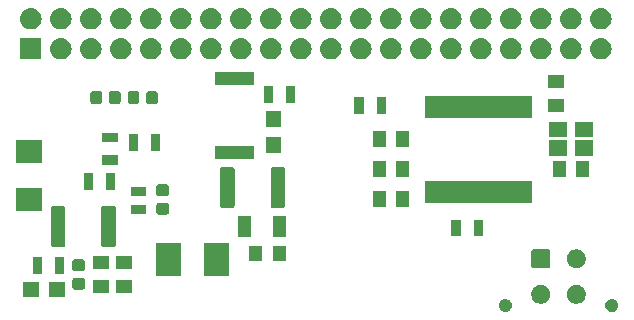
<source format=gts>
G04 #@! TF.GenerationSoftware,KiCad,Pcbnew,(5.1.4-0-10_14)*
G04 #@! TF.CreationDate,2020-01-14T22:34:08-05:00*
G04 #@! TF.ProjectId,Charging_LCD_Display,43686172-6769-46e6-975f-4c43445f4469,rev?*
G04 #@! TF.SameCoordinates,Original*
G04 #@! TF.FileFunction,Soldermask,Top*
G04 #@! TF.FilePolarity,Negative*
%FSLAX46Y46*%
G04 Gerber Fmt 4.6, Leading zero omitted, Abs format (unit mm)*
G04 Created by KiCad (PCBNEW (5.1.4-0-10_14)) date 2020-01-14 22:34:08*
%MOMM*%
%LPD*%
G04 APERTURE LIST*
%ADD10C,0.100000*%
G04 APERTURE END LIST*
D10*
G36*
X156020721Y-135236174D02*
G01*
X156120995Y-135277709D01*
X156120996Y-135277710D01*
X156211242Y-135338010D01*
X156287990Y-135414758D01*
X156287991Y-135414760D01*
X156348291Y-135505005D01*
X156389826Y-135605279D01*
X156411000Y-135711730D01*
X156411000Y-135820270D01*
X156389826Y-135926721D01*
X156348291Y-136026995D01*
X156348290Y-136026996D01*
X156287990Y-136117242D01*
X156211242Y-136193990D01*
X156165812Y-136224345D01*
X156120995Y-136254291D01*
X156020721Y-136295826D01*
X155914270Y-136317000D01*
X155805730Y-136317000D01*
X155699279Y-136295826D01*
X155599005Y-136254291D01*
X155554188Y-136224345D01*
X155508758Y-136193990D01*
X155432010Y-136117242D01*
X155371710Y-136026996D01*
X155371709Y-136026995D01*
X155330174Y-135926721D01*
X155309000Y-135820270D01*
X155309000Y-135711730D01*
X155330174Y-135605279D01*
X155371709Y-135505005D01*
X155432009Y-135414760D01*
X155432010Y-135414758D01*
X155508758Y-135338010D01*
X155599004Y-135277710D01*
X155599005Y-135277709D01*
X155699279Y-135236174D01*
X155805730Y-135215000D01*
X155914270Y-135215000D01*
X156020721Y-135236174D01*
X156020721Y-135236174D01*
G37*
G36*
X147020721Y-135236174D02*
G01*
X147120995Y-135277709D01*
X147120996Y-135277710D01*
X147211242Y-135338010D01*
X147287990Y-135414758D01*
X147287991Y-135414760D01*
X147348291Y-135505005D01*
X147389826Y-135605279D01*
X147411000Y-135711730D01*
X147411000Y-135820270D01*
X147389826Y-135926721D01*
X147348291Y-136026995D01*
X147348290Y-136026996D01*
X147287990Y-136117242D01*
X147211242Y-136193990D01*
X147165812Y-136224345D01*
X147120995Y-136254291D01*
X147020721Y-136295826D01*
X146914270Y-136317000D01*
X146805730Y-136317000D01*
X146699279Y-136295826D01*
X146599005Y-136254291D01*
X146554188Y-136224345D01*
X146508758Y-136193990D01*
X146432010Y-136117242D01*
X146371710Y-136026996D01*
X146371709Y-136026995D01*
X146330174Y-135926721D01*
X146309000Y-135820270D01*
X146309000Y-135711730D01*
X146330174Y-135605279D01*
X146371709Y-135505005D01*
X146432009Y-135414760D01*
X146432010Y-135414758D01*
X146508758Y-135338010D01*
X146599004Y-135277710D01*
X146599005Y-135277709D01*
X146699279Y-135236174D01*
X146805730Y-135215000D01*
X146914270Y-135215000D01*
X147020721Y-135236174D01*
X147020721Y-135236174D01*
G37*
G36*
X153093642Y-134055781D02*
G01*
X153239414Y-134116162D01*
X153239416Y-134116163D01*
X153370608Y-134203822D01*
X153482178Y-134315392D01*
X153526576Y-134381839D01*
X153569838Y-134446586D01*
X153630219Y-134592358D01*
X153661000Y-134747107D01*
X153661000Y-134904893D01*
X153630219Y-135059642D01*
X153621579Y-135080500D01*
X153569837Y-135205416D01*
X153482178Y-135336608D01*
X153370608Y-135448178D01*
X153239416Y-135535837D01*
X153239415Y-135535838D01*
X153239414Y-135535838D01*
X153093642Y-135596219D01*
X152938893Y-135627000D01*
X152781107Y-135627000D01*
X152626358Y-135596219D01*
X152480586Y-135535838D01*
X152480585Y-135535838D01*
X152480584Y-135535837D01*
X152349392Y-135448178D01*
X152237822Y-135336608D01*
X152150163Y-135205416D01*
X152098421Y-135080500D01*
X152089781Y-135059642D01*
X152059000Y-134904893D01*
X152059000Y-134747107D01*
X152089781Y-134592358D01*
X152150162Y-134446586D01*
X152193424Y-134381839D01*
X152237822Y-134315392D01*
X152349392Y-134203822D01*
X152480584Y-134116163D01*
X152480586Y-134116162D01*
X152626358Y-134055781D01*
X152781107Y-134025000D01*
X152938893Y-134025000D01*
X153093642Y-134055781D01*
X153093642Y-134055781D01*
G37*
G36*
X150093642Y-134055781D02*
G01*
X150239414Y-134116162D01*
X150239416Y-134116163D01*
X150370608Y-134203822D01*
X150482178Y-134315392D01*
X150526576Y-134381839D01*
X150569838Y-134446586D01*
X150630219Y-134592358D01*
X150661000Y-134747107D01*
X150661000Y-134904893D01*
X150630219Y-135059642D01*
X150621579Y-135080500D01*
X150569837Y-135205416D01*
X150482178Y-135336608D01*
X150370608Y-135448178D01*
X150239416Y-135535837D01*
X150239415Y-135535838D01*
X150239414Y-135535838D01*
X150093642Y-135596219D01*
X149938893Y-135627000D01*
X149781107Y-135627000D01*
X149626358Y-135596219D01*
X149480586Y-135535838D01*
X149480585Y-135535838D01*
X149480584Y-135535837D01*
X149349392Y-135448178D01*
X149237822Y-135336608D01*
X149150163Y-135205416D01*
X149098421Y-135080500D01*
X149089781Y-135059642D01*
X149059000Y-134904893D01*
X149059000Y-134747107D01*
X149089781Y-134592358D01*
X149150162Y-134446586D01*
X149193424Y-134381839D01*
X149237822Y-134315392D01*
X149349392Y-134203822D01*
X149480584Y-134116163D01*
X149480586Y-134116162D01*
X149626358Y-134055781D01*
X149781107Y-134025000D01*
X149938893Y-134025000D01*
X150093642Y-134055781D01*
X150093642Y-134055781D01*
G37*
G36*
X109548600Y-135080500D02*
G01*
X108246600Y-135080500D01*
X108246600Y-133778500D01*
X109548600Y-133778500D01*
X109548600Y-135080500D01*
X109548600Y-135080500D01*
G37*
G36*
X107348600Y-135080500D02*
G01*
X106046600Y-135080500D01*
X106046600Y-133778500D01*
X107348600Y-133778500D01*
X107348600Y-135080500D01*
X107348600Y-135080500D01*
G37*
G36*
X115204600Y-134710500D02*
G01*
X113852600Y-134710500D01*
X113852600Y-133608500D01*
X115204600Y-133608500D01*
X115204600Y-134710500D01*
X115204600Y-134710500D01*
G37*
G36*
X113299600Y-134710500D02*
G01*
X111947600Y-134710500D01*
X111947600Y-133608500D01*
X113299600Y-133608500D01*
X113299600Y-134710500D01*
X113299600Y-134710500D01*
G37*
G36*
X111098191Y-133462585D02*
G01*
X111132169Y-133472893D01*
X111163490Y-133489634D01*
X111190939Y-133512161D01*
X111213466Y-133539610D01*
X111230207Y-133570931D01*
X111240515Y-133604909D01*
X111244600Y-133646390D01*
X111244600Y-134247610D01*
X111240515Y-134289091D01*
X111230207Y-134323069D01*
X111213466Y-134354390D01*
X111190939Y-134381839D01*
X111163490Y-134404366D01*
X111132169Y-134421107D01*
X111098191Y-134431415D01*
X111056710Y-134435500D01*
X110380490Y-134435500D01*
X110339009Y-134431415D01*
X110305031Y-134421107D01*
X110273710Y-134404366D01*
X110246261Y-134381839D01*
X110223734Y-134354390D01*
X110206993Y-134323069D01*
X110196685Y-134289091D01*
X110192600Y-134247610D01*
X110192600Y-133646390D01*
X110196685Y-133604909D01*
X110206993Y-133570931D01*
X110223734Y-133539610D01*
X110246261Y-133512161D01*
X110273710Y-133489634D01*
X110305031Y-133472893D01*
X110339009Y-133462585D01*
X110380490Y-133458500D01*
X111056710Y-133458500D01*
X111098191Y-133462585D01*
X111098191Y-133462585D01*
G37*
G36*
X123444200Y-133286700D02*
G01*
X121361000Y-133286700D01*
X121361000Y-130492300D01*
X123444200Y-130492300D01*
X123444200Y-133286700D01*
X123444200Y-133286700D01*
G37*
G36*
X119380200Y-133286700D02*
G01*
X117297000Y-133286700D01*
X117297000Y-130492300D01*
X119380200Y-130492300D01*
X119380200Y-133286700D01*
X119380200Y-133286700D01*
G37*
G36*
X107629600Y-133098500D02*
G01*
X106827600Y-133098500D01*
X106827600Y-131696500D01*
X107629600Y-131696500D01*
X107629600Y-133098500D01*
X107629600Y-133098500D01*
G37*
G36*
X109529600Y-133098500D02*
G01*
X108727600Y-133098500D01*
X108727600Y-131696500D01*
X109529600Y-131696500D01*
X109529600Y-133098500D01*
X109529600Y-133098500D01*
G37*
G36*
X111098191Y-131887585D02*
G01*
X111132169Y-131897893D01*
X111163490Y-131914634D01*
X111190939Y-131937161D01*
X111213466Y-131964610D01*
X111230207Y-131995931D01*
X111240515Y-132029909D01*
X111244600Y-132071390D01*
X111244600Y-132672610D01*
X111240515Y-132714091D01*
X111230207Y-132748069D01*
X111213466Y-132779390D01*
X111190939Y-132806839D01*
X111163490Y-132829366D01*
X111132169Y-132846107D01*
X111098191Y-132856415D01*
X111056710Y-132860500D01*
X110380490Y-132860500D01*
X110339009Y-132856415D01*
X110305031Y-132846107D01*
X110273710Y-132829366D01*
X110246261Y-132806839D01*
X110223734Y-132779390D01*
X110206993Y-132748069D01*
X110196685Y-132714091D01*
X110192600Y-132672610D01*
X110192600Y-132071390D01*
X110196685Y-132029909D01*
X110206993Y-131995931D01*
X110223734Y-131964610D01*
X110246261Y-131937161D01*
X110273710Y-131914634D01*
X110305031Y-131897893D01*
X110339009Y-131887585D01*
X110380490Y-131883500D01*
X111056710Y-131883500D01*
X111098191Y-131887585D01*
X111098191Y-131887585D01*
G37*
G36*
X113299600Y-132710500D02*
G01*
X111947600Y-132710500D01*
X111947600Y-131608500D01*
X113299600Y-131608500D01*
X113299600Y-132710500D01*
X113299600Y-132710500D01*
G37*
G36*
X115204600Y-132710500D02*
G01*
X113852600Y-132710500D01*
X113852600Y-131608500D01*
X115204600Y-131608500D01*
X115204600Y-132710500D01*
X115204600Y-132710500D01*
G37*
G36*
X150513048Y-131029122D02*
G01*
X150547387Y-131039539D01*
X150579036Y-131056456D01*
X150606778Y-131079222D01*
X150629544Y-131106964D01*
X150646461Y-131138613D01*
X150656878Y-131172952D01*
X150661000Y-131214807D01*
X150661000Y-132437193D01*
X150656878Y-132479048D01*
X150646461Y-132513387D01*
X150629544Y-132545036D01*
X150606778Y-132572778D01*
X150579036Y-132595544D01*
X150547387Y-132612461D01*
X150513048Y-132622878D01*
X150471193Y-132627000D01*
X149248807Y-132627000D01*
X149206952Y-132622878D01*
X149172613Y-132612461D01*
X149140964Y-132595544D01*
X149113222Y-132572778D01*
X149090456Y-132545036D01*
X149073539Y-132513387D01*
X149063122Y-132479048D01*
X149059000Y-132437193D01*
X149059000Y-131214807D01*
X149063122Y-131172952D01*
X149073539Y-131138613D01*
X149090456Y-131106964D01*
X149113222Y-131079222D01*
X149140964Y-131056456D01*
X149172613Y-131039539D01*
X149206952Y-131029122D01*
X149248807Y-131025000D01*
X150471193Y-131025000D01*
X150513048Y-131029122D01*
X150513048Y-131029122D01*
G37*
G36*
X153093642Y-131055781D02*
G01*
X153217208Y-131106964D01*
X153239416Y-131116163D01*
X153370608Y-131203822D01*
X153482178Y-131315392D01*
X153569837Y-131446584D01*
X153569838Y-131446586D01*
X153630219Y-131592358D01*
X153661000Y-131747107D01*
X153661000Y-131904893D01*
X153630219Y-132059642D01*
X153569838Y-132205414D01*
X153569837Y-132205416D01*
X153482178Y-132336608D01*
X153370608Y-132448178D01*
X153239416Y-132535837D01*
X153239415Y-132535838D01*
X153239414Y-132535838D01*
X153093642Y-132596219D01*
X152938893Y-132627000D01*
X152781107Y-132627000D01*
X152626358Y-132596219D01*
X152480586Y-132535838D01*
X152480585Y-132535838D01*
X152480584Y-132535837D01*
X152349392Y-132448178D01*
X152237822Y-132336608D01*
X152150163Y-132205416D01*
X152150162Y-132205414D01*
X152089781Y-132059642D01*
X152059000Y-131904893D01*
X152059000Y-131747107D01*
X152089781Y-131592358D01*
X152150162Y-131446586D01*
X152150163Y-131446584D01*
X152237822Y-131315392D01*
X152349392Y-131203822D01*
X152480584Y-131116163D01*
X152502792Y-131106964D01*
X152626358Y-131055781D01*
X152781107Y-131025000D01*
X152938893Y-131025000D01*
X153093642Y-131055781D01*
X153093642Y-131055781D01*
G37*
G36*
X128271600Y-132057500D02*
G01*
X127169600Y-132057500D01*
X127169600Y-130705500D01*
X128271600Y-130705500D01*
X128271600Y-132057500D01*
X128271600Y-132057500D01*
G37*
G36*
X126271600Y-132057500D02*
G01*
X125169600Y-132057500D01*
X125169600Y-130705500D01*
X126271600Y-130705500D01*
X126271600Y-132057500D01*
X126271600Y-132057500D01*
G37*
G36*
X113708407Y-127348998D02*
G01*
X113746418Y-127360529D01*
X113781442Y-127379249D01*
X113812149Y-127404451D01*
X113837351Y-127435158D01*
X113856071Y-127470182D01*
X113867602Y-127508193D01*
X113872100Y-127553863D01*
X113872100Y-130637137D01*
X113867602Y-130682807D01*
X113856071Y-130720818D01*
X113837351Y-130755842D01*
X113812149Y-130786549D01*
X113781442Y-130811751D01*
X113746418Y-130830471D01*
X113708407Y-130842002D01*
X113662737Y-130846500D01*
X112854463Y-130846500D01*
X112808793Y-130842002D01*
X112770782Y-130830471D01*
X112735758Y-130811751D01*
X112705051Y-130786549D01*
X112679849Y-130755842D01*
X112661129Y-130720818D01*
X112649598Y-130682807D01*
X112645100Y-130637137D01*
X112645100Y-127553863D01*
X112649598Y-127508193D01*
X112661129Y-127470182D01*
X112679849Y-127435158D01*
X112705051Y-127404451D01*
X112735758Y-127379249D01*
X112770782Y-127360529D01*
X112808793Y-127348998D01*
X112854463Y-127344500D01*
X113662737Y-127344500D01*
X113708407Y-127348998D01*
X113708407Y-127348998D01*
G37*
G36*
X109433407Y-127348998D02*
G01*
X109471418Y-127360529D01*
X109506442Y-127379249D01*
X109537149Y-127404451D01*
X109562351Y-127435158D01*
X109581071Y-127470182D01*
X109592602Y-127508193D01*
X109597100Y-127553863D01*
X109597100Y-130637137D01*
X109592602Y-130682807D01*
X109581071Y-130720818D01*
X109562351Y-130755842D01*
X109537149Y-130786549D01*
X109506442Y-130811751D01*
X109471418Y-130830471D01*
X109433407Y-130842002D01*
X109387737Y-130846500D01*
X108579463Y-130846500D01*
X108533793Y-130842002D01*
X108495782Y-130830471D01*
X108460758Y-130811751D01*
X108430051Y-130786549D01*
X108404849Y-130755842D01*
X108386129Y-130720818D01*
X108374598Y-130682807D01*
X108370100Y-130637137D01*
X108370100Y-127553863D01*
X108374598Y-127508193D01*
X108386129Y-127470182D01*
X108404849Y-127435158D01*
X108430051Y-127404451D01*
X108460758Y-127379249D01*
X108495782Y-127360529D01*
X108533793Y-127348998D01*
X108579463Y-127344500D01*
X109387737Y-127344500D01*
X109433407Y-127348998D01*
X109433407Y-127348998D01*
G37*
G36*
X125287600Y-129946500D02*
G01*
X124185600Y-129946500D01*
X124185600Y-128244500D01*
X125287600Y-128244500D01*
X125287600Y-129946500D01*
X125287600Y-129946500D01*
G37*
G36*
X128287600Y-129946500D02*
G01*
X127185600Y-129946500D01*
X127185600Y-128244500D01*
X128287600Y-128244500D01*
X128287600Y-129946500D01*
X128287600Y-129946500D01*
G37*
G36*
X143062600Y-129910800D02*
G01*
X142260600Y-129910800D01*
X142260600Y-128508800D01*
X143062600Y-128508800D01*
X143062600Y-129910800D01*
X143062600Y-129910800D01*
G37*
G36*
X144962600Y-129910800D02*
G01*
X144160600Y-129910800D01*
X144160600Y-128508800D01*
X144962600Y-128508800D01*
X144962600Y-129910800D01*
X144962600Y-129910800D01*
G37*
G36*
X118210191Y-127112585D02*
G01*
X118244169Y-127122893D01*
X118275490Y-127139634D01*
X118302939Y-127162161D01*
X118325466Y-127189610D01*
X118342207Y-127220931D01*
X118352515Y-127254909D01*
X118356600Y-127296390D01*
X118356600Y-127897610D01*
X118352515Y-127939091D01*
X118342207Y-127973069D01*
X118325466Y-128004390D01*
X118302939Y-128031839D01*
X118275490Y-128054366D01*
X118244169Y-128071107D01*
X118210191Y-128081415D01*
X118168710Y-128085500D01*
X117492490Y-128085500D01*
X117451009Y-128081415D01*
X117417031Y-128071107D01*
X117385710Y-128054366D01*
X117358261Y-128031839D01*
X117335734Y-128004390D01*
X117318993Y-127973069D01*
X117308685Y-127939091D01*
X117304600Y-127897610D01*
X117304600Y-127296390D01*
X117308685Y-127254909D01*
X117318993Y-127220931D01*
X117335734Y-127189610D01*
X117358261Y-127162161D01*
X117385710Y-127139634D01*
X117417031Y-127122893D01*
X117451009Y-127112585D01*
X117492490Y-127108500D01*
X118168710Y-127108500D01*
X118210191Y-127112585D01*
X118210191Y-127112585D01*
G37*
G36*
X116449600Y-128036700D02*
G01*
X115147600Y-128036700D01*
X115147600Y-127234700D01*
X116449600Y-127234700D01*
X116449600Y-128036700D01*
X116449600Y-128036700D01*
G37*
G36*
X107658100Y-127749500D02*
G01*
X105397100Y-127749500D01*
X105397100Y-125869500D01*
X107658100Y-125869500D01*
X107658100Y-127749500D01*
X107658100Y-127749500D01*
G37*
G36*
X123762907Y-124046998D02*
G01*
X123800918Y-124058529D01*
X123835942Y-124077249D01*
X123866649Y-124102451D01*
X123891851Y-124133158D01*
X123910571Y-124168182D01*
X123922102Y-124206193D01*
X123926600Y-124251863D01*
X123926600Y-127335137D01*
X123922102Y-127380807D01*
X123910571Y-127418818D01*
X123891851Y-127453842D01*
X123866649Y-127484549D01*
X123835942Y-127509751D01*
X123800918Y-127528471D01*
X123762907Y-127540002D01*
X123717237Y-127544500D01*
X122908963Y-127544500D01*
X122863293Y-127540002D01*
X122825282Y-127528471D01*
X122790258Y-127509751D01*
X122759551Y-127484549D01*
X122734349Y-127453842D01*
X122715629Y-127418818D01*
X122704098Y-127380807D01*
X122699600Y-127335137D01*
X122699600Y-124251863D01*
X122704098Y-124206193D01*
X122715629Y-124168182D01*
X122734349Y-124133158D01*
X122759551Y-124102451D01*
X122790258Y-124077249D01*
X122825282Y-124058529D01*
X122863293Y-124046998D01*
X122908963Y-124042500D01*
X123717237Y-124042500D01*
X123762907Y-124046998D01*
X123762907Y-124046998D01*
G37*
G36*
X128037907Y-124046998D02*
G01*
X128075918Y-124058529D01*
X128110942Y-124077249D01*
X128141649Y-124102451D01*
X128166851Y-124133158D01*
X128185571Y-124168182D01*
X128197102Y-124206193D01*
X128201600Y-124251863D01*
X128201600Y-127335137D01*
X128197102Y-127380807D01*
X128185571Y-127418818D01*
X128166851Y-127453842D01*
X128141649Y-127484549D01*
X128110942Y-127509751D01*
X128075918Y-127528471D01*
X128037907Y-127540002D01*
X127992237Y-127544500D01*
X127183963Y-127544500D01*
X127138293Y-127540002D01*
X127100282Y-127528471D01*
X127065258Y-127509751D01*
X127034551Y-127484549D01*
X127009349Y-127453842D01*
X126990629Y-127418818D01*
X126979098Y-127380807D01*
X126974600Y-127335137D01*
X126974600Y-124251863D01*
X126979098Y-124206193D01*
X126990629Y-124168182D01*
X127009349Y-124133158D01*
X127034551Y-124102451D01*
X127065258Y-124077249D01*
X127100282Y-124058529D01*
X127138293Y-124046998D01*
X127183963Y-124042500D01*
X127992237Y-124042500D01*
X128037907Y-124046998D01*
X128037907Y-124046998D01*
G37*
G36*
X136711000Y-127422000D02*
G01*
X135609000Y-127422000D01*
X135609000Y-126070000D01*
X136711000Y-126070000D01*
X136711000Y-127422000D01*
X136711000Y-127422000D01*
G37*
G36*
X138711000Y-127422000D02*
G01*
X137609000Y-127422000D01*
X137609000Y-126070000D01*
X138711000Y-126070000D01*
X138711000Y-127422000D01*
X138711000Y-127422000D01*
G37*
G36*
X149071000Y-127077000D02*
G01*
X140069000Y-127077000D01*
X140069000Y-125225000D01*
X149071000Y-125225000D01*
X149071000Y-127077000D01*
X149071000Y-127077000D01*
G37*
G36*
X116449600Y-126536700D02*
G01*
X115147600Y-126536700D01*
X115147600Y-125734700D01*
X116449600Y-125734700D01*
X116449600Y-126536700D01*
X116449600Y-126536700D01*
G37*
G36*
X118210191Y-125537585D02*
G01*
X118244169Y-125547893D01*
X118275490Y-125564634D01*
X118302939Y-125587161D01*
X118325466Y-125614610D01*
X118342207Y-125645931D01*
X118352515Y-125679909D01*
X118356600Y-125721390D01*
X118356600Y-126322610D01*
X118352515Y-126364091D01*
X118342207Y-126398069D01*
X118325466Y-126429390D01*
X118302939Y-126456839D01*
X118275490Y-126479366D01*
X118244169Y-126496107D01*
X118210191Y-126506415D01*
X118168710Y-126510500D01*
X117492490Y-126510500D01*
X117451009Y-126506415D01*
X117417031Y-126496107D01*
X117385710Y-126479366D01*
X117358261Y-126456839D01*
X117335734Y-126429390D01*
X117318993Y-126398069D01*
X117308685Y-126364091D01*
X117304600Y-126322610D01*
X117304600Y-125721390D01*
X117308685Y-125679909D01*
X117318993Y-125645931D01*
X117335734Y-125614610D01*
X117358261Y-125587161D01*
X117385710Y-125564634D01*
X117417031Y-125547893D01*
X117451009Y-125537585D01*
X117492490Y-125533500D01*
X118168710Y-125533500D01*
X118210191Y-125537585D01*
X118210191Y-125537585D01*
G37*
G36*
X113847600Y-125986500D02*
G01*
X113045600Y-125986500D01*
X113045600Y-124584500D01*
X113847600Y-124584500D01*
X113847600Y-125986500D01*
X113847600Y-125986500D01*
G37*
G36*
X111947600Y-125986500D02*
G01*
X111145600Y-125986500D01*
X111145600Y-124584500D01*
X111947600Y-124584500D01*
X111947600Y-125986500D01*
X111947600Y-125986500D01*
G37*
G36*
X151951000Y-124882000D02*
G01*
X150849000Y-124882000D01*
X150849000Y-123530000D01*
X151951000Y-123530000D01*
X151951000Y-124882000D01*
X151951000Y-124882000D01*
G37*
G36*
X136711000Y-124882000D02*
G01*
X135609000Y-124882000D01*
X135609000Y-123530000D01*
X136711000Y-123530000D01*
X136711000Y-124882000D01*
X136711000Y-124882000D01*
G37*
G36*
X138711000Y-124882000D02*
G01*
X137609000Y-124882000D01*
X137609000Y-123530000D01*
X138711000Y-123530000D01*
X138711000Y-124882000D01*
X138711000Y-124882000D01*
G37*
G36*
X153951000Y-124882000D02*
G01*
X152849000Y-124882000D01*
X152849000Y-123530000D01*
X153951000Y-123530000D01*
X153951000Y-124882000D01*
X153951000Y-124882000D01*
G37*
G36*
X114099300Y-123880600D02*
G01*
X112697300Y-123880600D01*
X112697300Y-123078600D01*
X114099300Y-123078600D01*
X114099300Y-123880600D01*
X114099300Y-123880600D01*
G37*
G36*
X107658100Y-123685500D02*
G01*
X105397100Y-123685500D01*
X105397100Y-121805500D01*
X107658100Y-121805500D01*
X107658100Y-123685500D01*
X107658100Y-123685500D01*
G37*
G36*
X125577600Y-123348500D02*
G01*
X122275600Y-123348500D01*
X122275600Y-122246500D01*
X125577600Y-122246500D01*
X125577600Y-123348500D01*
X125577600Y-123348500D01*
G37*
G36*
X152051000Y-123117000D02*
G01*
X150549000Y-123117000D01*
X150549000Y-121815000D01*
X152051000Y-121815000D01*
X152051000Y-123117000D01*
X152051000Y-123117000D01*
G37*
G36*
X154251000Y-123117000D02*
G01*
X152749000Y-123117000D01*
X152749000Y-121815000D01*
X154251000Y-121815000D01*
X154251000Y-123117000D01*
X154251000Y-123117000D01*
G37*
G36*
X127866900Y-122845500D02*
G01*
X126564900Y-122845500D01*
X126564900Y-121543500D01*
X127866900Y-121543500D01*
X127866900Y-122845500D01*
X127866900Y-122845500D01*
G37*
G36*
X117657600Y-122684500D02*
G01*
X116855600Y-122684500D01*
X116855600Y-121282500D01*
X117657600Y-121282500D01*
X117657600Y-122684500D01*
X117657600Y-122684500D01*
G37*
G36*
X115757600Y-122684500D02*
G01*
X114955600Y-122684500D01*
X114955600Y-121282500D01*
X115757600Y-121282500D01*
X115757600Y-122684500D01*
X115757600Y-122684500D01*
G37*
G36*
X138711000Y-122342000D02*
G01*
X137609000Y-122342000D01*
X137609000Y-120990000D01*
X138711000Y-120990000D01*
X138711000Y-122342000D01*
X138711000Y-122342000D01*
G37*
G36*
X136711000Y-122342000D02*
G01*
X135609000Y-122342000D01*
X135609000Y-120990000D01*
X136711000Y-120990000D01*
X136711000Y-122342000D01*
X136711000Y-122342000D01*
G37*
G36*
X114099300Y-121980600D02*
G01*
X112697300Y-121980600D01*
X112697300Y-121178600D01*
X114099300Y-121178600D01*
X114099300Y-121980600D01*
X114099300Y-121980600D01*
G37*
G36*
X152051000Y-121517000D02*
G01*
X150549000Y-121517000D01*
X150549000Y-120215000D01*
X152051000Y-120215000D01*
X152051000Y-121517000D01*
X152051000Y-121517000D01*
G37*
G36*
X154251000Y-121517000D02*
G01*
X152749000Y-121517000D01*
X152749000Y-120215000D01*
X154251000Y-120215000D01*
X154251000Y-121517000D01*
X154251000Y-121517000D01*
G37*
G36*
X127866900Y-120645500D02*
G01*
X126564900Y-120645500D01*
X126564900Y-119343500D01*
X127866900Y-119343500D01*
X127866900Y-120645500D01*
X127866900Y-120645500D01*
G37*
G36*
X149071000Y-119877000D02*
G01*
X140069000Y-119877000D01*
X140069000Y-118025000D01*
X149071000Y-118025000D01*
X149071000Y-119877000D01*
X149071000Y-119877000D01*
G37*
G36*
X134858400Y-119573000D02*
G01*
X134056400Y-119573000D01*
X134056400Y-118171000D01*
X134858400Y-118171000D01*
X134858400Y-119573000D01*
X134858400Y-119573000D01*
G37*
G36*
X136758400Y-119573000D02*
G01*
X135956400Y-119573000D01*
X135956400Y-118171000D01*
X136758400Y-118171000D01*
X136758400Y-119573000D01*
X136758400Y-119573000D01*
G37*
G36*
X151806000Y-119407000D02*
G01*
X150454000Y-119407000D01*
X150454000Y-118305000D01*
X151806000Y-118305000D01*
X151806000Y-119407000D01*
X151806000Y-119407000D01*
G37*
G36*
X117283691Y-117651585D02*
G01*
X117317669Y-117661893D01*
X117348990Y-117678634D01*
X117376439Y-117701161D01*
X117398966Y-117728610D01*
X117415707Y-117759931D01*
X117426015Y-117793909D01*
X117430100Y-117835390D01*
X117430100Y-118511610D01*
X117426015Y-118553091D01*
X117415707Y-118587069D01*
X117398966Y-118618390D01*
X117376439Y-118645839D01*
X117348990Y-118668366D01*
X117317669Y-118685107D01*
X117283691Y-118695415D01*
X117242210Y-118699500D01*
X116640990Y-118699500D01*
X116599509Y-118695415D01*
X116565531Y-118685107D01*
X116534210Y-118668366D01*
X116506761Y-118645839D01*
X116484234Y-118618390D01*
X116467493Y-118587069D01*
X116457185Y-118553091D01*
X116453100Y-118511610D01*
X116453100Y-117835390D01*
X116457185Y-117793909D01*
X116467493Y-117759931D01*
X116484234Y-117728610D01*
X116506761Y-117701161D01*
X116534210Y-117678634D01*
X116565531Y-117661893D01*
X116599509Y-117651585D01*
X116640990Y-117647500D01*
X117242210Y-117647500D01*
X117283691Y-117651585D01*
X117283691Y-117651585D01*
G37*
G36*
X115708691Y-117651585D02*
G01*
X115742669Y-117661893D01*
X115773990Y-117678634D01*
X115801439Y-117701161D01*
X115823966Y-117728610D01*
X115840707Y-117759931D01*
X115851015Y-117793909D01*
X115855100Y-117835390D01*
X115855100Y-118511610D01*
X115851015Y-118553091D01*
X115840707Y-118587069D01*
X115823966Y-118618390D01*
X115801439Y-118645839D01*
X115773990Y-118668366D01*
X115742669Y-118685107D01*
X115708691Y-118695415D01*
X115667210Y-118699500D01*
X115065990Y-118699500D01*
X115024509Y-118695415D01*
X114990531Y-118685107D01*
X114959210Y-118668366D01*
X114931761Y-118645839D01*
X114909234Y-118618390D01*
X114892493Y-118587069D01*
X114882185Y-118553091D01*
X114878100Y-118511610D01*
X114878100Y-117835390D01*
X114882185Y-117793909D01*
X114892493Y-117759931D01*
X114909234Y-117728610D01*
X114931761Y-117701161D01*
X114959210Y-117678634D01*
X114990531Y-117661893D01*
X115024509Y-117651585D01*
X115065990Y-117647500D01*
X115667210Y-117647500D01*
X115708691Y-117651585D01*
X115708691Y-117651585D01*
G37*
G36*
X114134191Y-117651585D02*
G01*
X114168169Y-117661893D01*
X114199490Y-117678634D01*
X114226939Y-117701161D01*
X114249466Y-117728610D01*
X114266207Y-117759931D01*
X114276515Y-117793909D01*
X114280600Y-117835390D01*
X114280600Y-118511610D01*
X114276515Y-118553091D01*
X114266207Y-118587069D01*
X114249466Y-118618390D01*
X114226939Y-118645839D01*
X114199490Y-118668366D01*
X114168169Y-118685107D01*
X114134191Y-118695415D01*
X114092710Y-118699500D01*
X113491490Y-118699500D01*
X113450009Y-118695415D01*
X113416031Y-118685107D01*
X113384710Y-118668366D01*
X113357261Y-118645839D01*
X113334734Y-118618390D01*
X113317993Y-118587069D01*
X113307685Y-118553091D01*
X113303600Y-118511610D01*
X113303600Y-117835390D01*
X113307685Y-117793909D01*
X113317993Y-117759931D01*
X113334734Y-117728610D01*
X113357261Y-117701161D01*
X113384710Y-117678634D01*
X113416031Y-117661893D01*
X113450009Y-117651585D01*
X113491490Y-117647500D01*
X114092710Y-117647500D01*
X114134191Y-117651585D01*
X114134191Y-117651585D01*
G37*
G36*
X112559191Y-117651585D02*
G01*
X112593169Y-117661893D01*
X112624490Y-117678634D01*
X112651939Y-117701161D01*
X112674466Y-117728610D01*
X112691207Y-117759931D01*
X112701515Y-117793909D01*
X112705600Y-117835390D01*
X112705600Y-118511610D01*
X112701515Y-118553091D01*
X112691207Y-118587069D01*
X112674466Y-118618390D01*
X112651939Y-118645839D01*
X112624490Y-118668366D01*
X112593169Y-118685107D01*
X112559191Y-118695415D01*
X112517710Y-118699500D01*
X111916490Y-118699500D01*
X111875009Y-118695415D01*
X111841031Y-118685107D01*
X111809710Y-118668366D01*
X111782261Y-118645839D01*
X111759734Y-118618390D01*
X111742993Y-118587069D01*
X111732685Y-118553091D01*
X111728600Y-118511610D01*
X111728600Y-117835390D01*
X111732685Y-117793909D01*
X111742993Y-117759931D01*
X111759734Y-117728610D01*
X111782261Y-117701161D01*
X111809710Y-117678634D01*
X111841031Y-117661893D01*
X111875009Y-117651585D01*
X111916490Y-117647500D01*
X112517710Y-117647500D01*
X112559191Y-117651585D01*
X112559191Y-117651585D01*
G37*
G36*
X129087600Y-118620500D02*
G01*
X128285600Y-118620500D01*
X128285600Y-117218500D01*
X129087600Y-117218500D01*
X129087600Y-118620500D01*
X129087600Y-118620500D01*
G37*
G36*
X127187600Y-118620500D02*
G01*
X126385600Y-118620500D01*
X126385600Y-117218500D01*
X127187600Y-117218500D01*
X127187600Y-118620500D01*
X127187600Y-118620500D01*
G37*
G36*
X151806000Y-117407000D02*
G01*
X150454000Y-117407000D01*
X150454000Y-116305000D01*
X151806000Y-116305000D01*
X151806000Y-117407000D01*
X151806000Y-117407000D01*
G37*
G36*
X125577600Y-117148500D02*
G01*
X122275600Y-117148500D01*
X122275600Y-116046500D01*
X125577600Y-116046500D01*
X125577600Y-117148500D01*
X125577600Y-117148500D01*
G37*
G36*
X139810442Y-113151518D02*
G01*
X139876627Y-113158037D01*
X140046466Y-113209557D01*
X140202991Y-113293222D01*
X140238729Y-113322552D01*
X140340186Y-113405814D01*
X140423448Y-113507271D01*
X140452778Y-113543009D01*
X140536443Y-113699534D01*
X140587963Y-113869373D01*
X140605359Y-114046000D01*
X140587963Y-114222627D01*
X140536443Y-114392466D01*
X140452778Y-114548991D01*
X140423448Y-114584729D01*
X140340186Y-114686186D01*
X140238729Y-114769448D01*
X140202991Y-114798778D01*
X140046466Y-114882443D01*
X139876627Y-114933963D01*
X139810442Y-114940482D01*
X139744260Y-114947000D01*
X139655740Y-114947000D01*
X139589558Y-114940482D01*
X139523373Y-114933963D01*
X139353534Y-114882443D01*
X139197009Y-114798778D01*
X139161271Y-114769448D01*
X139059814Y-114686186D01*
X138976552Y-114584729D01*
X138947222Y-114548991D01*
X138863557Y-114392466D01*
X138812037Y-114222627D01*
X138794641Y-114046000D01*
X138812037Y-113869373D01*
X138863557Y-113699534D01*
X138947222Y-113543009D01*
X138976552Y-113507271D01*
X139059814Y-113405814D01*
X139161271Y-113322552D01*
X139197009Y-113293222D01*
X139353534Y-113209557D01*
X139523373Y-113158037D01*
X139589558Y-113151518D01*
X139655740Y-113145000D01*
X139744260Y-113145000D01*
X139810442Y-113151518D01*
X139810442Y-113151518D01*
G37*
G36*
X155050442Y-113151518D02*
G01*
X155116627Y-113158037D01*
X155286466Y-113209557D01*
X155442991Y-113293222D01*
X155478729Y-113322552D01*
X155580186Y-113405814D01*
X155663448Y-113507271D01*
X155692778Y-113543009D01*
X155776443Y-113699534D01*
X155827963Y-113869373D01*
X155845359Y-114046000D01*
X155827963Y-114222627D01*
X155776443Y-114392466D01*
X155692778Y-114548991D01*
X155663448Y-114584729D01*
X155580186Y-114686186D01*
X155478729Y-114769448D01*
X155442991Y-114798778D01*
X155286466Y-114882443D01*
X155116627Y-114933963D01*
X155050442Y-114940482D01*
X154984260Y-114947000D01*
X154895740Y-114947000D01*
X154829558Y-114940482D01*
X154763373Y-114933963D01*
X154593534Y-114882443D01*
X154437009Y-114798778D01*
X154401271Y-114769448D01*
X154299814Y-114686186D01*
X154216552Y-114584729D01*
X154187222Y-114548991D01*
X154103557Y-114392466D01*
X154052037Y-114222627D01*
X154034641Y-114046000D01*
X154052037Y-113869373D01*
X154103557Y-113699534D01*
X154187222Y-113543009D01*
X154216552Y-113507271D01*
X154299814Y-113405814D01*
X154401271Y-113322552D01*
X154437009Y-113293222D01*
X154593534Y-113209557D01*
X154763373Y-113158037D01*
X154829558Y-113151518D01*
X154895740Y-113145000D01*
X154984260Y-113145000D01*
X155050442Y-113151518D01*
X155050442Y-113151518D01*
G37*
G36*
X152510442Y-113151518D02*
G01*
X152576627Y-113158037D01*
X152746466Y-113209557D01*
X152902991Y-113293222D01*
X152938729Y-113322552D01*
X153040186Y-113405814D01*
X153123448Y-113507271D01*
X153152778Y-113543009D01*
X153236443Y-113699534D01*
X153287963Y-113869373D01*
X153305359Y-114046000D01*
X153287963Y-114222627D01*
X153236443Y-114392466D01*
X153152778Y-114548991D01*
X153123448Y-114584729D01*
X153040186Y-114686186D01*
X152938729Y-114769448D01*
X152902991Y-114798778D01*
X152746466Y-114882443D01*
X152576627Y-114933963D01*
X152510442Y-114940482D01*
X152444260Y-114947000D01*
X152355740Y-114947000D01*
X152289558Y-114940482D01*
X152223373Y-114933963D01*
X152053534Y-114882443D01*
X151897009Y-114798778D01*
X151861271Y-114769448D01*
X151759814Y-114686186D01*
X151676552Y-114584729D01*
X151647222Y-114548991D01*
X151563557Y-114392466D01*
X151512037Y-114222627D01*
X151494641Y-114046000D01*
X151512037Y-113869373D01*
X151563557Y-113699534D01*
X151647222Y-113543009D01*
X151676552Y-113507271D01*
X151759814Y-113405814D01*
X151861271Y-113322552D01*
X151897009Y-113293222D01*
X152053534Y-113209557D01*
X152223373Y-113158037D01*
X152289558Y-113151518D01*
X152355740Y-113145000D01*
X152444260Y-113145000D01*
X152510442Y-113151518D01*
X152510442Y-113151518D01*
G37*
G36*
X149970442Y-113151518D02*
G01*
X150036627Y-113158037D01*
X150206466Y-113209557D01*
X150362991Y-113293222D01*
X150398729Y-113322552D01*
X150500186Y-113405814D01*
X150583448Y-113507271D01*
X150612778Y-113543009D01*
X150696443Y-113699534D01*
X150747963Y-113869373D01*
X150765359Y-114046000D01*
X150747963Y-114222627D01*
X150696443Y-114392466D01*
X150612778Y-114548991D01*
X150583448Y-114584729D01*
X150500186Y-114686186D01*
X150398729Y-114769448D01*
X150362991Y-114798778D01*
X150206466Y-114882443D01*
X150036627Y-114933963D01*
X149970442Y-114940482D01*
X149904260Y-114947000D01*
X149815740Y-114947000D01*
X149749558Y-114940482D01*
X149683373Y-114933963D01*
X149513534Y-114882443D01*
X149357009Y-114798778D01*
X149321271Y-114769448D01*
X149219814Y-114686186D01*
X149136552Y-114584729D01*
X149107222Y-114548991D01*
X149023557Y-114392466D01*
X148972037Y-114222627D01*
X148954641Y-114046000D01*
X148972037Y-113869373D01*
X149023557Y-113699534D01*
X149107222Y-113543009D01*
X149136552Y-113507271D01*
X149219814Y-113405814D01*
X149321271Y-113322552D01*
X149357009Y-113293222D01*
X149513534Y-113209557D01*
X149683373Y-113158037D01*
X149749558Y-113151518D01*
X149815740Y-113145000D01*
X149904260Y-113145000D01*
X149970442Y-113151518D01*
X149970442Y-113151518D01*
G37*
G36*
X147430442Y-113151518D02*
G01*
X147496627Y-113158037D01*
X147666466Y-113209557D01*
X147822991Y-113293222D01*
X147858729Y-113322552D01*
X147960186Y-113405814D01*
X148043448Y-113507271D01*
X148072778Y-113543009D01*
X148156443Y-113699534D01*
X148207963Y-113869373D01*
X148225359Y-114046000D01*
X148207963Y-114222627D01*
X148156443Y-114392466D01*
X148072778Y-114548991D01*
X148043448Y-114584729D01*
X147960186Y-114686186D01*
X147858729Y-114769448D01*
X147822991Y-114798778D01*
X147666466Y-114882443D01*
X147496627Y-114933963D01*
X147430442Y-114940482D01*
X147364260Y-114947000D01*
X147275740Y-114947000D01*
X147209558Y-114940482D01*
X147143373Y-114933963D01*
X146973534Y-114882443D01*
X146817009Y-114798778D01*
X146781271Y-114769448D01*
X146679814Y-114686186D01*
X146596552Y-114584729D01*
X146567222Y-114548991D01*
X146483557Y-114392466D01*
X146432037Y-114222627D01*
X146414641Y-114046000D01*
X146432037Y-113869373D01*
X146483557Y-113699534D01*
X146567222Y-113543009D01*
X146596552Y-113507271D01*
X146679814Y-113405814D01*
X146781271Y-113322552D01*
X146817009Y-113293222D01*
X146973534Y-113209557D01*
X147143373Y-113158037D01*
X147209558Y-113151518D01*
X147275740Y-113145000D01*
X147364260Y-113145000D01*
X147430442Y-113151518D01*
X147430442Y-113151518D01*
G37*
G36*
X144890442Y-113151518D02*
G01*
X144956627Y-113158037D01*
X145126466Y-113209557D01*
X145282991Y-113293222D01*
X145318729Y-113322552D01*
X145420186Y-113405814D01*
X145503448Y-113507271D01*
X145532778Y-113543009D01*
X145616443Y-113699534D01*
X145667963Y-113869373D01*
X145685359Y-114046000D01*
X145667963Y-114222627D01*
X145616443Y-114392466D01*
X145532778Y-114548991D01*
X145503448Y-114584729D01*
X145420186Y-114686186D01*
X145318729Y-114769448D01*
X145282991Y-114798778D01*
X145126466Y-114882443D01*
X144956627Y-114933963D01*
X144890442Y-114940482D01*
X144824260Y-114947000D01*
X144735740Y-114947000D01*
X144669558Y-114940482D01*
X144603373Y-114933963D01*
X144433534Y-114882443D01*
X144277009Y-114798778D01*
X144241271Y-114769448D01*
X144139814Y-114686186D01*
X144056552Y-114584729D01*
X144027222Y-114548991D01*
X143943557Y-114392466D01*
X143892037Y-114222627D01*
X143874641Y-114046000D01*
X143892037Y-113869373D01*
X143943557Y-113699534D01*
X144027222Y-113543009D01*
X144056552Y-113507271D01*
X144139814Y-113405814D01*
X144241271Y-113322552D01*
X144277009Y-113293222D01*
X144433534Y-113209557D01*
X144603373Y-113158037D01*
X144669558Y-113151518D01*
X144735740Y-113145000D01*
X144824260Y-113145000D01*
X144890442Y-113151518D01*
X144890442Y-113151518D01*
G37*
G36*
X142350442Y-113151518D02*
G01*
X142416627Y-113158037D01*
X142586466Y-113209557D01*
X142742991Y-113293222D01*
X142778729Y-113322552D01*
X142880186Y-113405814D01*
X142963448Y-113507271D01*
X142992778Y-113543009D01*
X143076443Y-113699534D01*
X143127963Y-113869373D01*
X143145359Y-114046000D01*
X143127963Y-114222627D01*
X143076443Y-114392466D01*
X142992778Y-114548991D01*
X142963448Y-114584729D01*
X142880186Y-114686186D01*
X142778729Y-114769448D01*
X142742991Y-114798778D01*
X142586466Y-114882443D01*
X142416627Y-114933963D01*
X142350442Y-114940482D01*
X142284260Y-114947000D01*
X142195740Y-114947000D01*
X142129558Y-114940482D01*
X142063373Y-114933963D01*
X141893534Y-114882443D01*
X141737009Y-114798778D01*
X141701271Y-114769448D01*
X141599814Y-114686186D01*
X141516552Y-114584729D01*
X141487222Y-114548991D01*
X141403557Y-114392466D01*
X141352037Y-114222627D01*
X141334641Y-114046000D01*
X141352037Y-113869373D01*
X141403557Y-113699534D01*
X141487222Y-113543009D01*
X141516552Y-113507271D01*
X141599814Y-113405814D01*
X141701271Y-113322552D01*
X141737009Y-113293222D01*
X141893534Y-113209557D01*
X142063373Y-113158037D01*
X142129558Y-113151518D01*
X142195740Y-113145000D01*
X142284260Y-113145000D01*
X142350442Y-113151518D01*
X142350442Y-113151518D01*
G37*
G36*
X137270442Y-113151518D02*
G01*
X137336627Y-113158037D01*
X137506466Y-113209557D01*
X137662991Y-113293222D01*
X137698729Y-113322552D01*
X137800186Y-113405814D01*
X137883448Y-113507271D01*
X137912778Y-113543009D01*
X137996443Y-113699534D01*
X138047963Y-113869373D01*
X138065359Y-114046000D01*
X138047963Y-114222627D01*
X137996443Y-114392466D01*
X137912778Y-114548991D01*
X137883448Y-114584729D01*
X137800186Y-114686186D01*
X137698729Y-114769448D01*
X137662991Y-114798778D01*
X137506466Y-114882443D01*
X137336627Y-114933963D01*
X137270442Y-114940482D01*
X137204260Y-114947000D01*
X137115740Y-114947000D01*
X137049558Y-114940482D01*
X136983373Y-114933963D01*
X136813534Y-114882443D01*
X136657009Y-114798778D01*
X136621271Y-114769448D01*
X136519814Y-114686186D01*
X136436552Y-114584729D01*
X136407222Y-114548991D01*
X136323557Y-114392466D01*
X136272037Y-114222627D01*
X136254641Y-114046000D01*
X136272037Y-113869373D01*
X136323557Y-113699534D01*
X136407222Y-113543009D01*
X136436552Y-113507271D01*
X136519814Y-113405814D01*
X136621271Y-113322552D01*
X136657009Y-113293222D01*
X136813534Y-113209557D01*
X136983373Y-113158037D01*
X137049558Y-113151518D01*
X137115740Y-113145000D01*
X137204260Y-113145000D01*
X137270442Y-113151518D01*
X137270442Y-113151518D01*
G37*
G36*
X134730442Y-113151518D02*
G01*
X134796627Y-113158037D01*
X134966466Y-113209557D01*
X135122991Y-113293222D01*
X135158729Y-113322552D01*
X135260186Y-113405814D01*
X135343448Y-113507271D01*
X135372778Y-113543009D01*
X135456443Y-113699534D01*
X135507963Y-113869373D01*
X135525359Y-114046000D01*
X135507963Y-114222627D01*
X135456443Y-114392466D01*
X135372778Y-114548991D01*
X135343448Y-114584729D01*
X135260186Y-114686186D01*
X135158729Y-114769448D01*
X135122991Y-114798778D01*
X134966466Y-114882443D01*
X134796627Y-114933963D01*
X134730442Y-114940482D01*
X134664260Y-114947000D01*
X134575740Y-114947000D01*
X134509558Y-114940482D01*
X134443373Y-114933963D01*
X134273534Y-114882443D01*
X134117009Y-114798778D01*
X134081271Y-114769448D01*
X133979814Y-114686186D01*
X133896552Y-114584729D01*
X133867222Y-114548991D01*
X133783557Y-114392466D01*
X133732037Y-114222627D01*
X133714641Y-114046000D01*
X133732037Y-113869373D01*
X133783557Y-113699534D01*
X133867222Y-113543009D01*
X133896552Y-113507271D01*
X133979814Y-113405814D01*
X134081271Y-113322552D01*
X134117009Y-113293222D01*
X134273534Y-113209557D01*
X134443373Y-113158037D01*
X134509558Y-113151518D01*
X134575740Y-113145000D01*
X134664260Y-113145000D01*
X134730442Y-113151518D01*
X134730442Y-113151518D01*
G37*
G36*
X132190442Y-113151518D02*
G01*
X132256627Y-113158037D01*
X132426466Y-113209557D01*
X132582991Y-113293222D01*
X132618729Y-113322552D01*
X132720186Y-113405814D01*
X132803448Y-113507271D01*
X132832778Y-113543009D01*
X132916443Y-113699534D01*
X132967963Y-113869373D01*
X132985359Y-114046000D01*
X132967963Y-114222627D01*
X132916443Y-114392466D01*
X132832778Y-114548991D01*
X132803448Y-114584729D01*
X132720186Y-114686186D01*
X132618729Y-114769448D01*
X132582991Y-114798778D01*
X132426466Y-114882443D01*
X132256627Y-114933963D01*
X132190442Y-114940482D01*
X132124260Y-114947000D01*
X132035740Y-114947000D01*
X131969558Y-114940482D01*
X131903373Y-114933963D01*
X131733534Y-114882443D01*
X131577009Y-114798778D01*
X131541271Y-114769448D01*
X131439814Y-114686186D01*
X131356552Y-114584729D01*
X131327222Y-114548991D01*
X131243557Y-114392466D01*
X131192037Y-114222627D01*
X131174641Y-114046000D01*
X131192037Y-113869373D01*
X131243557Y-113699534D01*
X131327222Y-113543009D01*
X131356552Y-113507271D01*
X131439814Y-113405814D01*
X131541271Y-113322552D01*
X131577009Y-113293222D01*
X131733534Y-113209557D01*
X131903373Y-113158037D01*
X131969558Y-113151518D01*
X132035740Y-113145000D01*
X132124260Y-113145000D01*
X132190442Y-113151518D01*
X132190442Y-113151518D01*
G37*
G36*
X129650442Y-113151518D02*
G01*
X129716627Y-113158037D01*
X129886466Y-113209557D01*
X130042991Y-113293222D01*
X130078729Y-113322552D01*
X130180186Y-113405814D01*
X130263448Y-113507271D01*
X130292778Y-113543009D01*
X130376443Y-113699534D01*
X130427963Y-113869373D01*
X130445359Y-114046000D01*
X130427963Y-114222627D01*
X130376443Y-114392466D01*
X130292778Y-114548991D01*
X130263448Y-114584729D01*
X130180186Y-114686186D01*
X130078729Y-114769448D01*
X130042991Y-114798778D01*
X129886466Y-114882443D01*
X129716627Y-114933963D01*
X129650442Y-114940482D01*
X129584260Y-114947000D01*
X129495740Y-114947000D01*
X129429558Y-114940482D01*
X129363373Y-114933963D01*
X129193534Y-114882443D01*
X129037009Y-114798778D01*
X129001271Y-114769448D01*
X128899814Y-114686186D01*
X128816552Y-114584729D01*
X128787222Y-114548991D01*
X128703557Y-114392466D01*
X128652037Y-114222627D01*
X128634641Y-114046000D01*
X128652037Y-113869373D01*
X128703557Y-113699534D01*
X128787222Y-113543009D01*
X128816552Y-113507271D01*
X128899814Y-113405814D01*
X129001271Y-113322552D01*
X129037009Y-113293222D01*
X129193534Y-113209557D01*
X129363373Y-113158037D01*
X129429558Y-113151518D01*
X129495740Y-113145000D01*
X129584260Y-113145000D01*
X129650442Y-113151518D01*
X129650442Y-113151518D01*
G37*
G36*
X127110442Y-113151518D02*
G01*
X127176627Y-113158037D01*
X127346466Y-113209557D01*
X127502991Y-113293222D01*
X127538729Y-113322552D01*
X127640186Y-113405814D01*
X127723448Y-113507271D01*
X127752778Y-113543009D01*
X127836443Y-113699534D01*
X127887963Y-113869373D01*
X127905359Y-114046000D01*
X127887963Y-114222627D01*
X127836443Y-114392466D01*
X127752778Y-114548991D01*
X127723448Y-114584729D01*
X127640186Y-114686186D01*
X127538729Y-114769448D01*
X127502991Y-114798778D01*
X127346466Y-114882443D01*
X127176627Y-114933963D01*
X127110442Y-114940482D01*
X127044260Y-114947000D01*
X126955740Y-114947000D01*
X126889558Y-114940482D01*
X126823373Y-114933963D01*
X126653534Y-114882443D01*
X126497009Y-114798778D01*
X126461271Y-114769448D01*
X126359814Y-114686186D01*
X126276552Y-114584729D01*
X126247222Y-114548991D01*
X126163557Y-114392466D01*
X126112037Y-114222627D01*
X126094641Y-114046000D01*
X126112037Y-113869373D01*
X126163557Y-113699534D01*
X126247222Y-113543009D01*
X126276552Y-113507271D01*
X126359814Y-113405814D01*
X126461271Y-113322552D01*
X126497009Y-113293222D01*
X126653534Y-113209557D01*
X126823373Y-113158037D01*
X126889558Y-113151518D01*
X126955740Y-113145000D01*
X127044260Y-113145000D01*
X127110442Y-113151518D01*
X127110442Y-113151518D01*
G37*
G36*
X124570442Y-113151518D02*
G01*
X124636627Y-113158037D01*
X124806466Y-113209557D01*
X124962991Y-113293222D01*
X124998729Y-113322552D01*
X125100186Y-113405814D01*
X125183448Y-113507271D01*
X125212778Y-113543009D01*
X125296443Y-113699534D01*
X125347963Y-113869373D01*
X125365359Y-114046000D01*
X125347963Y-114222627D01*
X125296443Y-114392466D01*
X125212778Y-114548991D01*
X125183448Y-114584729D01*
X125100186Y-114686186D01*
X124998729Y-114769448D01*
X124962991Y-114798778D01*
X124806466Y-114882443D01*
X124636627Y-114933963D01*
X124570442Y-114940482D01*
X124504260Y-114947000D01*
X124415740Y-114947000D01*
X124349558Y-114940482D01*
X124283373Y-114933963D01*
X124113534Y-114882443D01*
X123957009Y-114798778D01*
X123921271Y-114769448D01*
X123819814Y-114686186D01*
X123736552Y-114584729D01*
X123707222Y-114548991D01*
X123623557Y-114392466D01*
X123572037Y-114222627D01*
X123554641Y-114046000D01*
X123572037Y-113869373D01*
X123623557Y-113699534D01*
X123707222Y-113543009D01*
X123736552Y-113507271D01*
X123819814Y-113405814D01*
X123921271Y-113322552D01*
X123957009Y-113293222D01*
X124113534Y-113209557D01*
X124283373Y-113158037D01*
X124349558Y-113151518D01*
X124415740Y-113145000D01*
X124504260Y-113145000D01*
X124570442Y-113151518D01*
X124570442Y-113151518D01*
G37*
G36*
X122030442Y-113151518D02*
G01*
X122096627Y-113158037D01*
X122266466Y-113209557D01*
X122422991Y-113293222D01*
X122458729Y-113322552D01*
X122560186Y-113405814D01*
X122643448Y-113507271D01*
X122672778Y-113543009D01*
X122756443Y-113699534D01*
X122807963Y-113869373D01*
X122825359Y-114046000D01*
X122807963Y-114222627D01*
X122756443Y-114392466D01*
X122672778Y-114548991D01*
X122643448Y-114584729D01*
X122560186Y-114686186D01*
X122458729Y-114769448D01*
X122422991Y-114798778D01*
X122266466Y-114882443D01*
X122096627Y-114933963D01*
X122030442Y-114940482D01*
X121964260Y-114947000D01*
X121875740Y-114947000D01*
X121809558Y-114940482D01*
X121743373Y-114933963D01*
X121573534Y-114882443D01*
X121417009Y-114798778D01*
X121381271Y-114769448D01*
X121279814Y-114686186D01*
X121196552Y-114584729D01*
X121167222Y-114548991D01*
X121083557Y-114392466D01*
X121032037Y-114222627D01*
X121014641Y-114046000D01*
X121032037Y-113869373D01*
X121083557Y-113699534D01*
X121167222Y-113543009D01*
X121196552Y-113507271D01*
X121279814Y-113405814D01*
X121381271Y-113322552D01*
X121417009Y-113293222D01*
X121573534Y-113209557D01*
X121743373Y-113158037D01*
X121809558Y-113151518D01*
X121875740Y-113145000D01*
X121964260Y-113145000D01*
X122030442Y-113151518D01*
X122030442Y-113151518D01*
G37*
G36*
X119490442Y-113151518D02*
G01*
X119556627Y-113158037D01*
X119726466Y-113209557D01*
X119882991Y-113293222D01*
X119918729Y-113322552D01*
X120020186Y-113405814D01*
X120103448Y-113507271D01*
X120132778Y-113543009D01*
X120216443Y-113699534D01*
X120267963Y-113869373D01*
X120285359Y-114046000D01*
X120267963Y-114222627D01*
X120216443Y-114392466D01*
X120132778Y-114548991D01*
X120103448Y-114584729D01*
X120020186Y-114686186D01*
X119918729Y-114769448D01*
X119882991Y-114798778D01*
X119726466Y-114882443D01*
X119556627Y-114933963D01*
X119490442Y-114940482D01*
X119424260Y-114947000D01*
X119335740Y-114947000D01*
X119269558Y-114940482D01*
X119203373Y-114933963D01*
X119033534Y-114882443D01*
X118877009Y-114798778D01*
X118841271Y-114769448D01*
X118739814Y-114686186D01*
X118656552Y-114584729D01*
X118627222Y-114548991D01*
X118543557Y-114392466D01*
X118492037Y-114222627D01*
X118474641Y-114046000D01*
X118492037Y-113869373D01*
X118543557Y-113699534D01*
X118627222Y-113543009D01*
X118656552Y-113507271D01*
X118739814Y-113405814D01*
X118841271Y-113322552D01*
X118877009Y-113293222D01*
X119033534Y-113209557D01*
X119203373Y-113158037D01*
X119269558Y-113151518D01*
X119335740Y-113145000D01*
X119424260Y-113145000D01*
X119490442Y-113151518D01*
X119490442Y-113151518D01*
G37*
G36*
X116950442Y-113151518D02*
G01*
X117016627Y-113158037D01*
X117186466Y-113209557D01*
X117342991Y-113293222D01*
X117378729Y-113322552D01*
X117480186Y-113405814D01*
X117563448Y-113507271D01*
X117592778Y-113543009D01*
X117676443Y-113699534D01*
X117727963Y-113869373D01*
X117745359Y-114046000D01*
X117727963Y-114222627D01*
X117676443Y-114392466D01*
X117592778Y-114548991D01*
X117563448Y-114584729D01*
X117480186Y-114686186D01*
X117378729Y-114769448D01*
X117342991Y-114798778D01*
X117186466Y-114882443D01*
X117016627Y-114933963D01*
X116950442Y-114940482D01*
X116884260Y-114947000D01*
X116795740Y-114947000D01*
X116729558Y-114940482D01*
X116663373Y-114933963D01*
X116493534Y-114882443D01*
X116337009Y-114798778D01*
X116301271Y-114769448D01*
X116199814Y-114686186D01*
X116116552Y-114584729D01*
X116087222Y-114548991D01*
X116003557Y-114392466D01*
X115952037Y-114222627D01*
X115934641Y-114046000D01*
X115952037Y-113869373D01*
X116003557Y-113699534D01*
X116087222Y-113543009D01*
X116116552Y-113507271D01*
X116199814Y-113405814D01*
X116301271Y-113322552D01*
X116337009Y-113293222D01*
X116493534Y-113209557D01*
X116663373Y-113158037D01*
X116729558Y-113151518D01*
X116795740Y-113145000D01*
X116884260Y-113145000D01*
X116950442Y-113151518D01*
X116950442Y-113151518D01*
G37*
G36*
X114410442Y-113151518D02*
G01*
X114476627Y-113158037D01*
X114646466Y-113209557D01*
X114802991Y-113293222D01*
X114838729Y-113322552D01*
X114940186Y-113405814D01*
X115023448Y-113507271D01*
X115052778Y-113543009D01*
X115136443Y-113699534D01*
X115187963Y-113869373D01*
X115205359Y-114046000D01*
X115187963Y-114222627D01*
X115136443Y-114392466D01*
X115052778Y-114548991D01*
X115023448Y-114584729D01*
X114940186Y-114686186D01*
X114838729Y-114769448D01*
X114802991Y-114798778D01*
X114646466Y-114882443D01*
X114476627Y-114933963D01*
X114410442Y-114940482D01*
X114344260Y-114947000D01*
X114255740Y-114947000D01*
X114189558Y-114940482D01*
X114123373Y-114933963D01*
X113953534Y-114882443D01*
X113797009Y-114798778D01*
X113761271Y-114769448D01*
X113659814Y-114686186D01*
X113576552Y-114584729D01*
X113547222Y-114548991D01*
X113463557Y-114392466D01*
X113412037Y-114222627D01*
X113394641Y-114046000D01*
X113412037Y-113869373D01*
X113463557Y-113699534D01*
X113547222Y-113543009D01*
X113576552Y-113507271D01*
X113659814Y-113405814D01*
X113761271Y-113322552D01*
X113797009Y-113293222D01*
X113953534Y-113209557D01*
X114123373Y-113158037D01*
X114189558Y-113151518D01*
X114255740Y-113145000D01*
X114344260Y-113145000D01*
X114410442Y-113151518D01*
X114410442Y-113151518D01*
G37*
G36*
X111870442Y-113151518D02*
G01*
X111936627Y-113158037D01*
X112106466Y-113209557D01*
X112262991Y-113293222D01*
X112298729Y-113322552D01*
X112400186Y-113405814D01*
X112483448Y-113507271D01*
X112512778Y-113543009D01*
X112596443Y-113699534D01*
X112647963Y-113869373D01*
X112665359Y-114046000D01*
X112647963Y-114222627D01*
X112596443Y-114392466D01*
X112512778Y-114548991D01*
X112483448Y-114584729D01*
X112400186Y-114686186D01*
X112298729Y-114769448D01*
X112262991Y-114798778D01*
X112106466Y-114882443D01*
X111936627Y-114933963D01*
X111870442Y-114940482D01*
X111804260Y-114947000D01*
X111715740Y-114947000D01*
X111649558Y-114940482D01*
X111583373Y-114933963D01*
X111413534Y-114882443D01*
X111257009Y-114798778D01*
X111221271Y-114769448D01*
X111119814Y-114686186D01*
X111036552Y-114584729D01*
X111007222Y-114548991D01*
X110923557Y-114392466D01*
X110872037Y-114222627D01*
X110854641Y-114046000D01*
X110872037Y-113869373D01*
X110923557Y-113699534D01*
X111007222Y-113543009D01*
X111036552Y-113507271D01*
X111119814Y-113405814D01*
X111221271Y-113322552D01*
X111257009Y-113293222D01*
X111413534Y-113209557D01*
X111583373Y-113158037D01*
X111649558Y-113151518D01*
X111715740Y-113145000D01*
X111804260Y-113145000D01*
X111870442Y-113151518D01*
X111870442Y-113151518D01*
G37*
G36*
X109330442Y-113151518D02*
G01*
X109396627Y-113158037D01*
X109566466Y-113209557D01*
X109722991Y-113293222D01*
X109758729Y-113322552D01*
X109860186Y-113405814D01*
X109943448Y-113507271D01*
X109972778Y-113543009D01*
X110056443Y-113699534D01*
X110107963Y-113869373D01*
X110125359Y-114046000D01*
X110107963Y-114222627D01*
X110056443Y-114392466D01*
X109972778Y-114548991D01*
X109943448Y-114584729D01*
X109860186Y-114686186D01*
X109758729Y-114769448D01*
X109722991Y-114798778D01*
X109566466Y-114882443D01*
X109396627Y-114933963D01*
X109330442Y-114940482D01*
X109264260Y-114947000D01*
X109175740Y-114947000D01*
X109109558Y-114940482D01*
X109043373Y-114933963D01*
X108873534Y-114882443D01*
X108717009Y-114798778D01*
X108681271Y-114769448D01*
X108579814Y-114686186D01*
X108496552Y-114584729D01*
X108467222Y-114548991D01*
X108383557Y-114392466D01*
X108332037Y-114222627D01*
X108314641Y-114046000D01*
X108332037Y-113869373D01*
X108383557Y-113699534D01*
X108467222Y-113543009D01*
X108496552Y-113507271D01*
X108579814Y-113405814D01*
X108681271Y-113322552D01*
X108717009Y-113293222D01*
X108873534Y-113209557D01*
X109043373Y-113158037D01*
X109109558Y-113151518D01*
X109175740Y-113145000D01*
X109264260Y-113145000D01*
X109330442Y-113151518D01*
X109330442Y-113151518D01*
G37*
G36*
X107581000Y-114947000D02*
G01*
X105779000Y-114947000D01*
X105779000Y-113145000D01*
X107581000Y-113145000D01*
X107581000Y-114947000D01*
X107581000Y-114947000D01*
G37*
G36*
X109330443Y-110611519D02*
G01*
X109396627Y-110618037D01*
X109566466Y-110669557D01*
X109722991Y-110753222D01*
X109758729Y-110782552D01*
X109860186Y-110865814D01*
X109943448Y-110967271D01*
X109972778Y-111003009D01*
X110056443Y-111159534D01*
X110107963Y-111329373D01*
X110125359Y-111506000D01*
X110107963Y-111682627D01*
X110056443Y-111852466D01*
X109972778Y-112008991D01*
X109943448Y-112044729D01*
X109860186Y-112146186D01*
X109758729Y-112229448D01*
X109722991Y-112258778D01*
X109566466Y-112342443D01*
X109396627Y-112393963D01*
X109330443Y-112400481D01*
X109264260Y-112407000D01*
X109175740Y-112407000D01*
X109109557Y-112400481D01*
X109043373Y-112393963D01*
X108873534Y-112342443D01*
X108717009Y-112258778D01*
X108681271Y-112229448D01*
X108579814Y-112146186D01*
X108496552Y-112044729D01*
X108467222Y-112008991D01*
X108383557Y-111852466D01*
X108332037Y-111682627D01*
X108314641Y-111506000D01*
X108332037Y-111329373D01*
X108383557Y-111159534D01*
X108467222Y-111003009D01*
X108496552Y-110967271D01*
X108579814Y-110865814D01*
X108681271Y-110782552D01*
X108717009Y-110753222D01*
X108873534Y-110669557D01*
X109043373Y-110618037D01*
X109109557Y-110611519D01*
X109175740Y-110605000D01*
X109264260Y-110605000D01*
X109330443Y-110611519D01*
X109330443Y-110611519D01*
G37*
G36*
X111870443Y-110611519D02*
G01*
X111936627Y-110618037D01*
X112106466Y-110669557D01*
X112262991Y-110753222D01*
X112298729Y-110782552D01*
X112400186Y-110865814D01*
X112483448Y-110967271D01*
X112512778Y-111003009D01*
X112596443Y-111159534D01*
X112647963Y-111329373D01*
X112665359Y-111506000D01*
X112647963Y-111682627D01*
X112596443Y-111852466D01*
X112512778Y-112008991D01*
X112483448Y-112044729D01*
X112400186Y-112146186D01*
X112298729Y-112229448D01*
X112262991Y-112258778D01*
X112106466Y-112342443D01*
X111936627Y-112393963D01*
X111870443Y-112400481D01*
X111804260Y-112407000D01*
X111715740Y-112407000D01*
X111649557Y-112400481D01*
X111583373Y-112393963D01*
X111413534Y-112342443D01*
X111257009Y-112258778D01*
X111221271Y-112229448D01*
X111119814Y-112146186D01*
X111036552Y-112044729D01*
X111007222Y-112008991D01*
X110923557Y-111852466D01*
X110872037Y-111682627D01*
X110854641Y-111506000D01*
X110872037Y-111329373D01*
X110923557Y-111159534D01*
X111007222Y-111003009D01*
X111036552Y-110967271D01*
X111119814Y-110865814D01*
X111221271Y-110782552D01*
X111257009Y-110753222D01*
X111413534Y-110669557D01*
X111583373Y-110618037D01*
X111649557Y-110611519D01*
X111715740Y-110605000D01*
X111804260Y-110605000D01*
X111870443Y-110611519D01*
X111870443Y-110611519D01*
G37*
G36*
X114410443Y-110611519D02*
G01*
X114476627Y-110618037D01*
X114646466Y-110669557D01*
X114802991Y-110753222D01*
X114838729Y-110782552D01*
X114940186Y-110865814D01*
X115023448Y-110967271D01*
X115052778Y-111003009D01*
X115136443Y-111159534D01*
X115187963Y-111329373D01*
X115205359Y-111506000D01*
X115187963Y-111682627D01*
X115136443Y-111852466D01*
X115052778Y-112008991D01*
X115023448Y-112044729D01*
X114940186Y-112146186D01*
X114838729Y-112229448D01*
X114802991Y-112258778D01*
X114646466Y-112342443D01*
X114476627Y-112393963D01*
X114410443Y-112400481D01*
X114344260Y-112407000D01*
X114255740Y-112407000D01*
X114189557Y-112400481D01*
X114123373Y-112393963D01*
X113953534Y-112342443D01*
X113797009Y-112258778D01*
X113761271Y-112229448D01*
X113659814Y-112146186D01*
X113576552Y-112044729D01*
X113547222Y-112008991D01*
X113463557Y-111852466D01*
X113412037Y-111682627D01*
X113394641Y-111506000D01*
X113412037Y-111329373D01*
X113463557Y-111159534D01*
X113547222Y-111003009D01*
X113576552Y-110967271D01*
X113659814Y-110865814D01*
X113761271Y-110782552D01*
X113797009Y-110753222D01*
X113953534Y-110669557D01*
X114123373Y-110618037D01*
X114189557Y-110611519D01*
X114255740Y-110605000D01*
X114344260Y-110605000D01*
X114410443Y-110611519D01*
X114410443Y-110611519D01*
G37*
G36*
X116950443Y-110611519D02*
G01*
X117016627Y-110618037D01*
X117186466Y-110669557D01*
X117342991Y-110753222D01*
X117378729Y-110782552D01*
X117480186Y-110865814D01*
X117563448Y-110967271D01*
X117592778Y-111003009D01*
X117676443Y-111159534D01*
X117727963Y-111329373D01*
X117745359Y-111506000D01*
X117727963Y-111682627D01*
X117676443Y-111852466D01*
X117592778Y-112008991D01*
X117563448Y-112044729D01*
X117480186Y-112146186D01*
X117378729Y-112229448D01*
X117342991Y-112258778D01*
X117186466Y-112342443D01*
X117016627Y-112393963D01*
X116950443Y-112400481D01*
X116884260Y-112407000D01*
X116795740Y-112407000D01*
X116729557Y-112400481D01*
X116663373Y-112393963D01*
X116493534Y-112342443D01*
X116337009Y-112258778D01*
X116301271Y-112229448D01*
X116199814Y-112146186D01*
X116116552Y-112044729D01*
X116087222Y-112008991D01*
X116003557Y-111852466D01*
X115952037Y-111682627D01*
X115934641Y-111506000D01*
X115952037Y-111329373D01*
X116003557Y-111159534D01*
X116087222Y-111003009D01*
X116116552Y-110967271D01*
X116199814Y-110865814D01*
X116301271Y-110782552D01*
X116337009Y-110753222D01*
X116493534Y-110669557D01*
X116663373Y-110618037D01*
X116729557Y-110611519D01*
X116795740Y-110605000D01*
X116884260Y-110605000D01*
X116950443Y-110611519D01*
X116950443Y-110611519D01*
G37*
G36*
X119490443Y-110611519D02*
G01*
X119556627Y-110618037D01*
X119726466Y-110669557D01*
X119882991Y-110753222D01*
X119918729Y-110782552D01*
X120020186Y-110865814D01*
X120103448Y-110967271D01*
X120132778Y-111003009D01*
X120216443Y-111159534D01*
X120267963Y-111329373D01*
X120285359Y-111506000D01*
X120267963Y-111682627D01*
X120216443Y-111852466D01*
X120132778Y-112008991D01*
X120103448Y-112044729D01*
X120020186Y-112146186D01*
X119918729Y-112229448D01*
X119882991Y-112258778D01*
X119726466Y-112342443D01*
X119556627Y-112393963D01*
X119490443Y-112400481D01*
X119424260Y-112407000D01*
X119335740Y-112407000D01*
X119269557Y-112400481D01*
X119203373Y-112393963D01*
X119033534Y-112342443D01*
X118877009Y-112258778D01*
X118841271Y-112229448D01*
X118739814Y-112146186D01*
X118656552Y-112044729D01*
X118627222Y-112008991D01*
X118543557Y-111852466D01*
X118492037Y-111682627D01*
X118474641Y-111506000D01*
X118492037Y-111329373D01*
X118543557Y-111159534D01*
X118627222Y-111003009D01*
X118656552Y-110967271D01*
X118739814Y-110865814D01*
X118841271Y-110782552D01*
X118877009Y-110753222D01*
X119033534Y-110669557D01*
X119203373Y-110618037D01*
X119269557Y-110611519D01*
X119335740Y-110605000D01*
X119424260Y-110605000D01*
X119490443Y-110611519D01*
X119490443Y-110611519D01*
G37*
G36*
X122030443Y-110611519D02*
G01*
X122096627Y-110618037D01*
X122266466Y-110669557D01*
X122422991Y-110753222D01*
X122458729Y-110782552D01*
X122560186Y-110865814D01*
X122643448Y-110967271D01*
X122672778Y-111003009D01*
X122756443Y-111159534D01*
X122807963Y-111329373D01*
X122825359Y-111506000D01*
X122807963Y-111682627D01*
X122756443Y-111852466D01*
X122672778Y-112008991D01*
X122643448Y-112044729D01*
X122560186Y-112146186D01*
X122458729Y-112229448D01*
X122422991Y-112258778D01*
X122266466Y-112342443D01*
X122096627Y-112393963D01*
X122030443Y-112400481D01*
X121964260Y-112407000D01*
X121875740Y-112407000D01*
X121809557Y-112400481D01*
X121743373Y-112393963D01*
X121573534Y-112342443D01*
X121417009Y-112258778D01*
X121381271Y-112229448D01*
X121279814Y-112146186D01*
X121196552Y-112044729D01*
X121167222Y-112008991D01*
X121083557Y-111852466D01*
X121032037Y-111682627D01*
X121014641Y-111506000D01*
X121032037Y-111329373D01*
X121083557Y-111159534D01*
X121167222Y-111003009D01*
X121196552Y-110967271D01*
X121279814Y-110865814D01*
X121381271Y-110782552D01*
X121417009Y-110753222D01*
X121573534Y-110669557D01*
X121743373Y-110618037D01*
X121809557Y-110611519D01*
X121875740Y-110605000D01*
X121964260Y-110605000D01*
X122030443Y-110611519D01*
X122030443Y-110611519D01*
G37*
G36*
X124570443Y-110611519D02*
G01*
X124636627Y-110618037D01*
X124806466Y-110669557D01*
X124962991Y-110753222D01*
X124998729Y-110782552D01*
X125100186Y-110865814D01*
X125183448Y-110967271D01*
X125212778Y-111003009D01*
X125296443Y-111159534D01*
X125347963Y-111329373D01*
X125365359Y-111506000D01*
X125347963Y-111682627D01*
X125296443Y-111852466D01*
X125212778Y-112008991D01*
X125183448Y-112044729D01*
X125100186Y-112146186D01*
X124998729Y-112229448D01*
X124962991Y-112258778D01*
X124806466Y-112342443D01*
X124636627Y-112393963D01*
X124570443Y-112400481D01*
X124504260Y-112407000D01*
X124415740Y-112407000D01*
X124349557Y-112400481D01*
X124283373Y-112393963D01*
X124113534Y-112342443D01*
X123957009Y-112258778D01*
X123921271Y-112229448D01*
X123819814Y-112146186D01*
X123736552Y-112044729D01*
X123707222Y-112008991D01*
X123623557Y-111852466D01*
X123572037Y-111682627D01*
X123554641Y-111506000D01*
X123572037Y-111329373D01*
X123623557Y-111159534D01*
X123707222Y-111003009D01*
X123736552Y-110967271D01*
X123819814Y-110865814D01*
X123921271Y-110782552D01*
X123957009Y-110753222D01*
X124113534Y-110669557D01*
X124283373Y-110618037D01*
X124349557Y-110611519D01*
X124415740Y-110605000D01*
X124504260Y-110605000D01*
X124570443Y-110611519D01*
X124570443Y-110611519D01*
G37*
G36*
X127110443Y-110611519D02*
G01*
X127176627Y-110618037D01*
X127346466Y-110669557D01*
X127502991Y-110753222D01*
X127538729Y-110782552D01*
X127640186Y-110865814D01*
X127723448Y-110967271D01*
X127752778Y-111003009D01*
X127836443Y-111159534D01*
X127887963Y-111329373D01*
X127905359Y-111506000D01*
X127887963Y-111682627D01*
X127836443Y-111852466D01*
X127752778Y-112008991D01*
X127723448Y-112044729D01*
X127640186Y-112146186D01*
X127538729Y-112229448D01*
X127502991Y-112258778D01*
X127346466Y-112342443D01*
X127176627Y-112393963D01*
X127110443Y-112400481D01*
X127044260Y-112407000D01*
X126955740Y-112407000D01*
X126889557Y-112400481D01*
X126823373Y-112393963D01*
X126653534Y-112342443D01*
X126497009Y-112258778D01*
X126461271Y-112229448D01*
X126359814Y-112146186D01*
X126276552Y-112044729D01*
X126247222Y-112008991D01*
X126163557Y-111852466D01*
X126112037Y-111682627D01*
X126094641Y-111506000D01*
X126112037Y-111329373D01*
X126163557Y-111159534D01*
X126247222Y-111003009D01*
X126276552Y-110967271D01*
X126359814Y-110865814D01*
X126461271Y-110782552D01*
X126497009Y-110753222D01*
X126653534Y-110669557D01*
X126823373Y-110618037D01*
X126889557Y-110611519D01*
X126955740Y-110605000D01*
X127044260Y-110605000D01*
X127110443Y-110611519D01*
X127110443Y-110611519D01*
G37*
G36*
X129650443Y-110611519D02*
G01*
X129716627Y-110618037D01*
X129886466Y-110669557D01*
X130042991Y-110753222D01*
X130078729Y-110782552D01*
X130180186Y-110865814D01*
X130263448Y-110967271D01*
X130292778Y-111003009D01*
X130376443Y-111159534D01*
X130427963Y-111329373D01*
X130445359Y-111506000D01*
X130427963Y-111682627D01*
X130376443Y-111852466D01*
X130292778Y-112008991D01*
X130263448Y-112044729D01*
X130180186Y-112146186D01*
X130078729Y-112229448D01*
X130042991Y-112258778D01*
X129886466Y-112342443D01*
X129716627Y-112393963D01*
X129650443Y-112400481D01*
X129584260Y-112407000D01*
X129495740Y-112407000D01*
X129429557Y-112400481D01*
X129363373Y-112393963D01*
X129193534Y-112342443D01*
X129037009Y-112258778D01*
X129001271Y-112229448D01*
X128899814Y-112146186D01*
X128816552Y-112044729D01*
X128787222Y-112008991D01*
X128703557Y-111852466D01*
X128652037Y-111682627D01*
X128634641Y-111506000D01*
X128652037Y-111329373D01*
X128703557Y-111159534D01*
X128787222Y-111003009D01*
X128816552Y-110967271D01*
X128899814Y-110865814D01*
X129001271Y-110782552D01*
X129037009Y-110753222D01*
X129193534Y-110669557D01*
X129363373Y-110618037D01*
X129429557Y-110611519D01*
X129495740Y-110605000D01*
X129584260Y-110605000D01*
X129650443Y-110611519D01*
X129650443Y-110611519D01*
G37*
G36*
X132190443Y-110611519D02*
G01*
X132256627Y-110618037D01*
X132426466Y-110669557D01*
X132582991Y-110753222D01*
X132618729Y-110782552D01*
X132720186Y-110865814D01*
X132803448Y-110967271D01*
X132832778Y-111003009D01*
X132916443Y-111159534D01*
X132967963Y-111329373D01*
X132985359Y-111506000D01*
X132967963Y-111682627D01*
X132916443Y-111852466D01*
X132832778Y-112008991D01*
X132803448Y-112044729D01*
X132720186Y-112146186D01*
X132618729Y-112229448D01*
X132582991Y-112258778D01*
X132426466Y-112342443D01*
X132256627Y-112393963D01*
X132190443Y-112400481D01*
X132124260Y-112407000D01*
X132035740Y-112407000D01*
X131969557Y-112400481D01*
X131903373Y-112393963D01*
X131733534Y-112342443D01*
X131577009Y-112258778D01*
X131541271Y-112229448D01*
X131439814Y-112146186D01*
X131356552Y-112044729D01*
X131327222Y-112008991D01*
X131243557Y-111852466D01*
X131192037Y-111682627D01*
X131174641Y-111506000D01*
X131192037Y-111329373D01*
X131243557Y-111159534D01*
X131327222Y-111003009D01*
X131356552Y-110967271D01*
X131439814Y-110865814D01*
X131541271Y-110782552D01*
X131577009Y-110753222D01*
X131733534Y-110669557D01*
X131903373Y-110618037D01*
X131969557Y-110611519D01*
X132035740Y-110605000D01*
X132124260Y-110605000D01*
X132190443Y-110611519D01*
X132190443Y-110611519D01*
G37*
G36*
X134730443Y-110611519D02*
G01*
X134796627Y-110618037D01*
X134966466Y-110669557D01*
X135122991Y-110753222D01*
X135158729Y-110782552D01*
X135260186Y-110865814D01*
X135343448Y-110967271D01*
X135372778Y-111003009D01*
X135456443Y-111159534D01*
X135507963Y-111329373D01*
X135525359Y-111506000D01*
X135507963Y-111682627D01*
X135456443Y-111852466D01*
X135372778Y-112008991D01*
X135343448Y-112044729D01*
X135260186Y-112146186D01*
X135158729Y-112229448D01*
X135122991Y-112258778D01*
X134966466Y-112342443D01*
X134796627Y-112393963D01*
X134730443Y-112400481D01*
X134664260Y-112407000D01*
X134575740Y-112407000D01*
X134509557Y-112400481D01*
X134443373Y-112393963D01*
X134273534Y-112342443D01*
X134117009Y-112258778D01*
X134081271Y-112229448D01*
X133979814Y-112146186D01*
X133896552Y-112044729D01*
X133867222Y-112008991D01*
X133783557Y-111852466D01*
X133732037Y-111682627D01*
X133714641Y-111506000D01*
X133732037Y-111329373D01*
X133783557Y-111159534D01*
X133867222Y-111003009D01*
X133896552Y-110967271D01*
X133979814Y-110865814D01*
X134081271Y-110782552D01*
X134117009Y-110753222D01*
X134273534Y-110669557D01*
X134443373Y-110618037D01*
X134509557Y-110611519D01*
X134575740Y-110605000D01*
X134664260Y-110605000D01*
X134730443Y-110611519D01*
X134730443Y-110611519D01*
G37*
G36*
X137270443Y-110611519D02*
G01*
X137336627Y-110618037D01*
X137506466Y-110669557D01*
X137662991Y-110753222D01*
X137698729Y-110782552D01*
X137800186Y-110865814D01*
X137883448Y-110967271D01*
X137912778Y-111003009D01*
X137996443Y-111159534D01*
X138047963Y-111329373D01*
X138065359Y-111506000D01*
X138047963Y-111682627D01*
X137996443Y-111852466D01*
X137912778Y-112008991D01*
X137883448Y-112044729D01*
X137800186Y-112146186D01*
X137698729Y-112229448D01*
X137662991Y-112258778D01*
X137506466Y-112342443D01*
X137336627Y-112393963D01*
X137270443Y-112400481D01*
X137204260Y-112407000D01*
X137115740Y-112407000D01*
X137049557Y-112400481D01*
X136983373Y-112393963D01*
X136813534Y-112342443D01*
X136657009Y-112258778D01*
X136621271Y-112229448D01*
X136519814Y-112146186D01*
X136436552Y-112044729D01*
X136407222Y-112008991D01*
X136323557Y-111852466D01*
X136272037Y-111682627D01*
X136254641Y-111506000D01*
X136272037Y-111329373D01*
X136323557Y-111159534D01*
X136407222Y-111003009D01*
X136436552Y-110967271D01*
X136519814Y-110865814D01*
X136621271Y-110782552D01*
X136657009Y-110753222D01*
X136813534Y-110669557D01*
X136983373Y-110618037D01*
X137049557Y-110611519D01*
X137115740Y-110605000D01*
X137204260Y-110605000D01*
X137270443Y-110611519D01*
X137270443Y-110611519D01*
G37*
G36*
X139810443Y-110611519D02*
G01*
X139876627Y-110618037D01*
X140046466Y-110669557D01*
X140202991Y-110753222D01*
X140238729Y-110782552D01*
X140340186Y-110865814D01*
X140423448Y-110967271D01*
X140452778Y-111003009D01*
X140536443Y-111159534D01*
X140587963Y-111329373D01*
X140605359Y-111506000D01*
X140587963Y-111682627D01*
X140536443Y-111852466D01*
X140452778Y-112008991D01*
X140423448Y-112044729D01*
X140340186Y-112146186D01*
X140238729Y-112229448D01*
X140202991Y-112258778D01*
X140046466Y-112342443D01*
X139876627Y-112393963D01*
X139810443Y-112400481D01*
X139744260Y-112407000D01*
X139655740Y-112407000D01*
X139589557Y-112400481D01*
X139523373Y-112393963D01*
X139353534Y-112342443D01*
X139197009Y-112258778D01*
X139161271Y-112229448D01*
X139059814Y-112146186D01*
X138976552Y-112044729D01*
X138947222Y-112008991D01*
X138863557Y-111852466D01*
X138812037Y-111682627D01*
X138794641Y-111506000D01*
X138812037Y-111329373D01*
X138863557Y-111159534D01*
X138947222Y-111003009D01*
X138976552Y-110967271D01*
X139059814Y-110865814D01*
X139161271Y-110782552D01*
X139197009Y-110753222D01*
X139353534Y-110669557D01*
X139523373Y-110618037D01*
X139589557Y-110611519D01*
X139655740Y-110605000D01*
X139744260Y-110605000D01*
X139810443Y-110611519D01*
X139810443Y-110611519D01*
G37*
G36*
X142350443Y-110611519D02*
G01*
X142416627Y-110618037D01*
X142586466Y-110669557D01*
X142742991Y-110753222D01*
X142778729Y-110782552D01*
X142880186Y-110865814D01*
X142963448Y-110967271D01*
X142992778Y-111003009D01*
X143076443Y-111159534D01*
X143127963Y-111329373D01*
X143145359Y-111506000D01*
X143127963Y-111682627D01*
X143076443Y-111852466D01*
X142992778Y-112008991D01*
X142963448Y-112044729D01*
X142880186Y-112146186D01*
X142778729Y-112229448D01*
X142742991Y-112258778D01*
X142586466Y-112342443D01*
X142416627Y-112393963D01*
X142350443Y-112400481D01*
X142284260Y-112407000D01*
X142195740Y-112407000D01*
X142129557Y-112400481D01*
X142063373Y-112393963D01*
X141893534Y-112342443D01*
X141737009Y-112258778D01*
X141701271Y-112229448D01*
X141599814Y-112146186D01*
X141516552Y-112044729D01*
X141487222Y-112008991D01*
X141403557Y-111852466D01*
X141352037Y-111682627D01*
X141334641Y-111506000D01*
X141352037Y-111329373D01*
X141403557Y-111159534D01*
X141487222Y-111003009D01*
X141516552Y-110967271D01*
X141599814Y-110865814D01*
X141701271Y-110782552D01*
X141737009Y-110753222D01*
X141893534Y-110669557D01*
X142063373Y-110618037D01*
X142129557Y-110611519D01*
X142195740Y-110605000D01*
X142284260Y-110605000D01*
X142350443Y-110611519D01*
X142350443Y-110611519D01*
G37*
G36*
X144890443Y-110611519D02*
G01*
X144956627Y-110618037D01*
X145126466Y-110669557D01*
X145282991Y-110753222D01*
X145318729Y-110782552D01*
X145420186Y-110865814D01*
X145503448Y-110967271D01*
X145532778Y-111003009D01*
X145616443Y-111159534D01*
X145667963Y-111329373D01*
X145685359Y-111506000D01*
X145667963Y-111682627D01*
X145616443Y-111852466D01*
X145532778Y-112008991D01*
X145503448Y-112044729D01*
X145420186Y-112146186D01*
X145318729Y-112229448D01*
X145282991Y-112258778D01*
X145126466Y-112342443D01*
X144956627Y-112393963D01*
X144890443Y-112400481D01*
X144824260Y-112407000D01*
X144735740Y-112407000D01*
X144669557Y-112400481D01*
X144603373Y-112393963D01*
X144433534Y-112342443D01*
X144277009Y-112258778D01*
X144241271Y-112229448D01*
X144139814Y-112146186D01*
X144056552Y-112044729D01*
X144027222Y-112008991D01*
X143943557Y-111852466D01*
X143892037Y-111682627D01*
X143874641Y-111506000D01*
X143892037Y-111329373D01*
X143943557Y-111159534D01*
X144027222Y-111003009D01*
X144056552Y-110967271D01*
X144139814Y-110865814D01*
X144241271Y-110782552D01*
X144277009Y-110753222D01*
X144433534Y-110669557D01*
X144603373Y-110618037D01*
X144669557Y-110611519D01*
X144735740Y-110605000D01*
X144824260Y-110605000D01*
X144890443Y-110611519D01*
X144890443Y-110611519D01*
G37*
G36*
X147430443Y-110611519D02*
G01*
X147496627Y-110618037D01*
X147666466Y-110669557D01*
X147822991Y-110753222D01*
X147858729Y-110782552D01*
X147960186Y-110865814D01*
X148043448Y-110967271D01*
X148072778Y-111003009D01*
X148156443Y-111159534D01*
X148207963Y-111329373D01*
X148225359Y-111506000D01*
X148207963Y-111682627D01*
X148156443Y-111852466D01*
X148072778Y-112008991D01*
X148043448Y-112044729D01*
X147960186Y-112146186D01*
X147858729Y-112229448D01*
X147822991Y-112258778D01*
X147666466Y-112342443D01*
X147496627Y-112393963D01*
X147430443Y-112400481D01*
X147364260Y-112407000D01*
X147275740Y-112407000D01*
X147209557Y-112400481D01*
X147143373Y-112393963D01*
X146973534Y-112342443D01*
X146817009Y-112258778D01*
X146781271Y-112229448D01*
X146679814Y-112146186D01*
X146596552Y-112044729D01*
X146567222Y-112008991D01*
X146483557Y-111852466D01*
X146432037Y-111682627D01*
X146414641Y-111506000D01*
X146432037Y-111329373D01*
X146483557Y-111159534D01*
X146567222Y-111003009D01*
X146596552Y-110967271D01*
X146679814Y-110865814D01*
X146781271Y-110782552D01*
X146817009Y-110753222D01*
X146973534Y-110669557D01*
X147143373Y-110618037D01*
X147209557Y-110611519D01*
X147275740Y-110605000D01*
X147364260Y-110605000D01*
X147430443Y-110611519D01*
X147430443Y-110611519D01*
G37*
G36*
X149970443Y-110611519D02*
G01*
X150036627Y-110618037D01*
X150206466Y-110669557D01*
X150362991Y-110753222D01*
X150398729Y-110782552D01*
X150500186Y-110865814D01*
X150583448Y-110967271D01*
X150612778Y-111003009D01*
X150696443Y-111159534D01*
X150747963Y-111329373D01*
X150765359Y-111506000D01*
X150747963Y-111682627D01*
X150696443Y-111852466D01*
X150612778Y-112008991D01*
X150583448Y-112044729D01*
X150500186Y-112146186D01*
X150398729Y-112229448D01*
X150362991Y-112258778D01*
X150206466Y-112342443D01*
X150036627Y-112393963D01*
X149970443Y-112400481D01*
X149904260Y-112407000D01*
X149815740Y-112407000D01*
X149749557Y-112400481D01*
X149683373Y-112393963D01*
X149513534Y-112342443D01*
X149357009Y-112258778D01*
X149321271Y-112229448D01*
X149219814Y-112146186D01*
X149136552Y-112044729D01*
X149107222Y-112008991D01*
X149023557Y-111852466D01*
X148972037Y-111682627D01*
X148954641Y-111506000D01*
X148972037Y-111329373D01*
X149023557Y-111159534D01*
X149107222Y-111003009D01*
X149136552Y-110967271D01*
X149219814Y-110865814D01*
X149321271Y-110782552D01*
X149357009Y-110753222D01*
X149513534Y-110669557D01*
X149683373Y-110618037D01*
X149749557Y-110611519D01*
X149815740Y-110605000D01*
X149904260Y-110605000D01*
X149970443Y-110611519D01*
X149970443Y-110611519D01*
G37*
G36*
X152510443Y-110611519D02*
G01*
X152576627Y-110618037D01*
X152746466Y-110669557D01*
X152902991Y-110753222D01*
X152938729Y-110782552D01*
X153040186Y-110865814D01*
X153123448Y-110967271D01*
X153152778Y-111003009D01*
X153236443Y-111159534D01*
X153287963Y-111329373D01*
X153305359Y-111506000D01*
X153287963Y-111682627D01*
X153236443Y-111852466D01*
X153152778Y-112008991D01*
X153123448Y-112044729D01*
X153040186Y-112146186D01*
X152938729Y-112229448D01*
X152902991Y-112258778D01*
X152746466Y-112342443D01*
X152576627Y-112393963D01*
X152510443Y-112400481D01*
X152444260Y-112407000D01*
X152355740Y-112407000D01*
X152289557Y-112400481D01*
X152223373Y-112393963D01*
X152053534Y-112342443D01*
X151897009Y-112258778D01*
X151861271Y-112229448D01*
X151759814Y-112146186D01*
X151676552Y-112044729D01*
X151647222Y-112008991D01*
X151563557Y-111852466D01*
X151512037Y-111682627D01*
X151494641Y-111506000D01*
X151512037Y-111329373D01*
X151563557Y-111159534D01*
X151647222Y-111003009D01*
X151676552Y-110967271D01*
X151759814Y-110865814D01*
X151861271Y-110782552D01*
X151897009Y-110753222D01*
X152053534Y-110669557D01*
X152223373Y-110618037D01*
X152289557Y-110611519D01*
X152355740Y-110605000D01*
X152444260Y-110605000D01*
X152510443Y-110611519D01*
X152510443Y-110611519D01*
G37*
G36*
X155050443Y-110611519D02*
G01*
X155116627Y-110618037D01*
X155286466Y-110669557D01*
X155442991Y-110753222D01*
X155478729Y-110782552D01*
X155580186Y-110865814D01*
X155663448Y-110967271D01*
X155692778Y-111003009D01*
X155776443Y-111159534D01*
X155827963Y-111329373D01*
X155845359Y-111506000D01*
X155827963Y-111682627D01*
X155776443Y-111852466D01*
X155692778Y-112008991D01*
X155663448Y-112044729D01*
X155580186Y-112146186D01*
X155478729Y-112229448D01*
X155442991Y-112258778D01*
X155286466Y-112342443D01*
X155116627Y-112393963D01*
X155050443Y-112400481D01*
X154984260Y-112407000D01*
X154895740Y-112407000D01*
X154829557Y-112400481D01*
X154763373Y-112393963D01*
X154593534Y-112342443D01*
X154437009Y-112258778D01*
X154401271Y-112229448D01*
X154299814Y-112146186D01*
X154216552Y-112044729D01*
X154187222Y-112008991D01*
X154103557Y-111852466D01*
X154052037Y-111682627D01*
X154034641Y-111506000D01*
X154052037Y-111329373D01*
X154103557Y-111159534D01*
X154187222Y-111003009D01*
X154216552Y-110967271D01*
X154299814Y-110865814D01*
X154401271Y-110782552D01*
X154437009Y-110753222D01*
X154593534Y-110669557D01*
X154763373Y-110618037D01*
X154829557Y-110611519D01*
X154895740Y-110605000D01*
X154984260Y-110605000D01*
X155050443Y-110611519D01*
X155050443Y-110611519D01*
G37*
G36*
X106790443Y-110611519D02*
G01*
X106856627Y-110618037D01*
X107026466Y-110669557D01*
X107182991Y-110753222D01*
X107218729Y-110782552D01*
X107320186Y-110865814D01*
X107403448Y-110967271D01*
X107432778Y-111003009D01*
X107516443Y-111159534D01*
X107567963Y-111329373D01*
X107585359Y-111506000D01*
X107567963Y-111682627D01*
X107516443Y-111852466D01*
X107432778Y-112008991D01*
X107403448Y-112044729D01*
X107320186Y-112146186D01*
X107218729Y-112229448D01*
X107182991Y-112258778D01*
X107026466Y-112342443D01*
X106856627Y-112393963D01*
X106790443Y-112400481D01*
X106724260Y-112407000D01*
X106635740Y-112407000D01*
X106569557Y-112400481D01*
X106503373Y-112393963D01*
X106333534Y-112342443D01*
X106177009Y-112258778D01*
X106141271Y-112229448D01*
X106039814Y-112146186D01*
X105956552Y-112044729D01*
X105927222Y-112008991D01*
X105843557Y-111852466D01*
X105792037Y-111682627D01*
X105774641Y-111506000D01*
X105792037Y-111329373D01*
X105843557Y-111159534D01*
X105927222Y-111003009D01*
X105956552Y-110967271D01*
X106039814Y-110865814D01*
X106141271Y-110782552D01*
X106177009Y-110753222D01*
X106333534Y-110669557D01*
X106503373Y-110618037D01*
X106569557Y-110611519D01*
X106635740Y-110605000D01*
X106724260Y-110605000D01*
X106790443Y-110611519D01*
X106790443Y-110611519D01*
G37*
M02*

</source>
